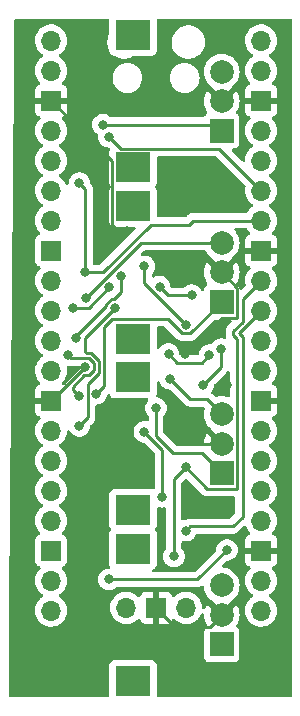
<source format=gbr>
G04 #@! TF.GenerationSoftware,KiCad,Pcbnew,(6.0.1)*
G04 #@! TF.CreationDate,2022-01-27T16:12:39+01:00*
G04 #@! TF.ProjectId,mico,6d69636f-2e6b-4696-9361-645f70636258,rev?*
G04 #@! TF.SameCoordinates,Original*
G04 #@! TF.FileFunction,Copper,L1,Top*
G04 #@! TF.FilePolarity,Positive*
%FSLAX46Y46*%
G04 Gerber Fmt 4.6, Leading zero omitted, Abs format (unit mm)*
G04 Created by KiCad (PCBNEW (6.0.1)) date 2022-01-27 16:12:39*
%MOMM*%
%LPD*%
G01*
G04 APERTURE LIST*
G04 #@! TA.AperFunction,ComponentPad*
%ADD10R,2.000000X2.000000*%
G04 #@! TD*
G04 #@! TA.AperFunction,ComponentPad*
%ADD11C,2.000000*%
G04 #@! TD*
G04 #@! TA.AperFunction,ComponentPad*
%ADD12R,3.000000X2.500000*%
G04 #@! TD*
G04 #@! TA.AperFunction,ComponentPad*
%ADD13O,1.700000X1.700000*%
G04 #@! TD*
G04 #@! TA.AperFunction,ComponentPad*
%ADD14R,1.700000X1.700000*%
G04 #@! TD*
G04 #@! TA.AperFunction,ViaPad*
%ADD15C,0.800000*%
G04 #@! TD*
G04 #@! TA.AperFunction,Conductor*
%ADD16C,0.250000*%
G04 #@! TD*
G04 APERTURE END LIST*
D10*
X143550000Y-76500000D03*
D11*
X143550000Y-71500000D03*
X143550000Y-74000000D03*
D12*
X136050000Y-68400000D03*
X136050000Y-79600000D03*
D10*
X143550000Y-91000000D03*
D11*
X143550000Y-86000000D03*
X143550000Y-88500000D03*
D12*
X136050000Y-82900000D03*
X136050000Y-94100000D03*
D10*
X143550000Y-120000000D03*
D11*
X143550000Y-115000000D03*
X143550000Y-117500000D03*
D12*
X136050000Y-111900000D03*
X136050000Y-123100000D03*
D10*
X143550000Y-105500000D03*
D11*
X143550000Y-100500000D03*
X143550000Y-103000000D03*
D12*
X136050000Y-97400000D03*
X136050000Y-108600000D03*
D13*
X146890000Y-68870000D03*
X146890000Y-71410000D03*
D14*
X146890000Y-73950000D03*
D13*
X146890000Y-76490000D03*
X146890000Y-79030000D03*
X146890000Y-81570000D03*
X146890000Y-84110000D03*
D14*
X146890000Y-86650000D03*
D13*
X146890000Y-89190000D03*
X146890000Y-91730000D03*
X146890000Y-94270000D03*
X146890000Y-96810000D03*
D14*
X146890000Y-99350000D03*
D13*
X146890000Y-101890000D03*
X146890000Y-104430000D03*
X146890000Y-106970000D03*
X146890000Y-109510000D03*
D14*
X146890000Y-112050000D03*
D13*
X146890000Y-114590000D03*
X146890000Y-117130000D03*
X129110000Y-117130000D03*
X129110000Y-114590000D03*
D14*
X129110000Y-112050000D03*
D13*
X129110000Y-109510000D03*
X129110000Y-106970000D03*
X129110000Y-104430000D03*
X129110000Y-101890000D03*
D14*
X129110000Y-99350000D03*
D13*
X129110000Y-96810000D03*
X129110000Y-94270000D03*
X129110000Y-91730000D03*
X129110000Y-89190000D03*
D14*
X129110000Y-86650000D03*
D13*
X129110000Y-84110000D03*
X129110000Y-81570000D03*
X129110000Y-79030000D03*
X129110000Y-76490000D03*
D14*
X129110000Y-73950000D03*
D13*
X129110000Y-71410000D03*
X129110000Y-68870000D03*
X140540000Y-116900000D03*
D14*
X138000000Y-116900000D03*
D13*
X135460000Y-116900000D03*
D15*
X134000000Y-77000000D03*
X144500000Y-122500000D03*
X144000000Y-69000000D03*
X140071848Y-102500000D03*
X138000000Y-74500000D03*
X145000000Y-83000000D03*
X144000000Y-98000000D03*
X131500000Y-115500000D03*
X135500000Y-85000000D03*
X134500000Y-100657030D03*
X132000000Y-69000000D03*
X135500000Y-104500000D03*
X131500000Y-112000000D03*
X132000000Y-96500000D03*
X140485422Y-95417777D03*
X144000000Y-68000000D03*
X143500000Y-108500000D03*
X131500000Y-80935500D03*
X132000000Y-88500000D03*
X139507295Y-112543479D03*
X140500000Y-105000000D03*
X140500000Y-110374020D03*
X142000000Y-98000000D03*
X143500000Y-95000000D03*
X138291597Y-89708403D03*
X141000000Y-90425500D03*
X142500000Y-95500000D03*
X139048528Y-95405500D03*
X140495874Y-92937278D03*
X137000000Y-88000000D03*
X135000000Y-88775500D03*
X131224500Y-94017388D03*
X130500000Y-95500000D03*
X131000000Y-91500000D03*
X131500000Y-99000000D03*
X134000000Y-89775500D03*
X133500000Y-76000000D03*
X144000000Y-112000000D03*
X134000000Y-114500000D03*
X137000000Y-102000000D03*
X138500000Y-107500000D03*
X137988616Y-99987644D03*
X139174980Y-97508834D03*
X132949001Y-98774414D03*
X134500008Y-91499992D03*
X132050426Y-90700475D03*
X131500000Y-101500000D03*
D16*
X143345489Y-78025489D02*
X135025489Y-78025489D01*
X135025489Y-78025489D02*
X134000000Y-77000000D01*
X146890000Y-81570000D02*
X143345489Y-78025489D01*
X144874511Y-89824511D02*
X143550000Y-88500000D01*
X144874511Y-92324511D02*
X144874511Y-89824511D01*
X143578688Y-92324511D02*
X144874511Y-92324511D01*
X129110000Y-99350000D02*
X131960000Y-96500000D01*
X143550000Y-103000000D02*
X140181511Y-103000000D01*
X143550000Y-117500000D02*
X142550000Y-118500000D01*
X140181511Y-103000000D02*
X140071848Y-102890337D01*
X129110000Y-73950000D02*
X134225489Y-79065489D01*
X140071848Y-102500000D02*
X140571848Y-103000000D01*
X134225489Y-84474511D02*
X134750978Y-85000000D01*
X140485422Y-95417777D02*
X143578688Y-92324511D01*
X134225489Y-79065489D02*
X134225489Y-84474511D01*
X142550000Y-118500000D02*
X139600000Y-118500000D01*
X139600000Y-118500000D02*
X138000000Y-116900000D01*
X134750978Y-85000000D02*
X135500000Y-85000000D01*
X131960000Y-96500000D02*
X132000000Y-96500000D01*
X140571848Y-103000000D02*
X143550000Y-103000000D01*
X132000000Y-81435500D02*
X131500000Y-80935500D01*
X146890000Y-84110000D02*
X141110000Y-84110000D01*
X132000000Y-88500000D02*
X132000000Y-81435500D01*
X141110000Y-84110000D02*
X140745489Y-84474511D01*
X137525489Y-84474511D02*
X133500000Y-88500000D01*
X140745489Y-84474511D02*
X137525489Y-84474511D01*
X133500000Y-88500000D02*
X132000000Y-88500000D01*
X142324511Y-106824511D02*
X140500000Y-105000000D01*
X139507295Y-112543479D02*
X139507295Y-105992705D01*
X144550491Y-93433807D02*
X144550491Y-93806195D01*
X145324022Y-90755978D02*
X145324022Y-92660276D01*
X139507295Y-105992705D02*
X140500000Y-105000000D01*
X145324022Y-92660276D02*
X144550491Y-93433807D01*
X144550491Y-93806195D02*
X144874511Y-94130215D01*
X144874511Y-94130215D02*
X144874511Y-106824511D01*
X144874511Y-106824511D02*
X142324511Y-106824511D01*
X146890000Y-89190000D02*
X145324022Y-90755978D01*
X140874020Y-110000000D02*
X140500000Y-110374020D01*
X144500000Y-110000000D02*
X140874020Y-110000000D01*
X145324022Y-93944022D02*
X145324022Y-109175978D01*
X145324022Y-109175978D02*
X144500000Y-110000000D01*
X146890000Y-91730000D02*
X145000001Y-93620001D01*
X145000001Y-93620001D02*
X145324022Y-93944022D01*
X143500000Y-96500000D02*
X143500000Y-95000000D01*
X139008694Y-90425500D02*
X138291597Y-89708403D01*
X141000000Y-90425500D02*
X139008694Y-90425500D01*
X142000000Y-98000000D02*
X143500000Y-96500000D01*
X141857722Y-96142278D02*
X139785306Y-96142278D01*
X137000000Y-88000000D02*
X137000000Y-89441404D01*
X142500000Y-95500000D02*
X141857722Y-96142278D01*
X139785306Y-96142278D02*
X139048528Y-95405500D01*
X137000000Y-89441404D02*
X140495874Y-92937278D01*
X134256599Y-90718801D02*
X133775499Y-91199901D01*
X133775499Y-91360205D02*
X131224500Y-93911204D01*
X133775499Y-91199901D02*
X133775499Y-91360205D01*
X135000000Y-88775500D02*
X135000000Y-90135704D01*
X135000000Y-90135704D02*
X134416903Y-90718801D01*
X131224500Y-93911204D02*
X131224500Y-94017388D01*
X134416903Y-90718801D02*
X134256599Y-90718801D01*
X131500000Y-99000000D02*
X130949511Y-98449511D01*
X132300099Y-97224501D02*
X132724501Y-96800099D01*
X130949511Y-98449511D02*
X130949511Y-98186193D01*
X132300099Y-95775499D02*
X130775499Y-95775499D01*
X131000000Y-91500000D02*
X132275500Y-91500000D01*
X132275500Y-91500000D02*
X134000000Y-89775500D01*
X131911203Y-97224501D02*
X132300099Y-97224501D01*
X132724501Y-96199901D02*
X132300099Y-95775499D01*
X132724501Y-96800099D02*
X132724501Y-96199901D01*
X130949511Y-98186193D02*
X131911203Y-97224501D01*
X130775499Y-95775499D02*
X130500000Y-95500000D01*
X143550000Y-76500000D02*
X143050000Y-76000000D01*
X143050000Y-76000000D02*
X133500000Y-76000000D01*
X134000000Y-114500000D02*
X141500000Y-114500000D01*
X141500000Y-114500000D02*
X144000000Y-112000000D01*
X138500000Y-103500000D02*
X137000000Y-102000000D01*
X138500000Y-107500000D02*
X138500000Y-103500000D01*
X137988616Y-102352912D02*
X137988616Y-99987644D01*
X143550000Y-105500000D02*
X141863806Y-103813806D01*
X139449510Y-103813806D02*
X137988616Y-102352912D01*
X141863806Y-103813806D02*
X139449510Y-103813806D01*
X142274501Y-99224501D02*
X140890647Y-99224501D01*
X140890647Y-99224501D02*
X139174980Y-97508834D01*
X143550000Y-100500000D02*
X142274501Y-99224501D01*
X138983506Y-92449510D02*
X134301468Y-92449510D01*
X134301468Y-92449510D02*
X133623522Y-93127456D01*
X143550000Y-91000000D02*
X140888221Y-93661779D01*
X133623522Y-93127456D02*
X133623522Y-98099893D01*
X140195775Y-93661779D02*
X138983506Y-92449510D01*
X140888221Y-93661779D02*
X140195775Y-93661779D01*
X133623522Y-98099893D02*
X132949001Y-98774414D01*
X131949001Y-94050999D02*
X134500008Y-91499992D01*
X132097396Y-95325988D02*
X131949001Y-95177593D01*
X133174011Y-96986293D02*
X133174011Y-96013707D01*
X143550000Y-86000000D02*
X136750900Y-86000000D01*
X133174011Y-96013707D02*
X132486292Y-95325988D01*
X136750900Y-86000000D02*
X132050426Y-90700475D01*
X132224501Y-97935803D02*
X133174011Y-96986293D01*
X131949001Y-95177593D02*
X131949001Y-94050999D01*
X132486292Y-95325988D02*
X132097396Y-95325988D01*
X131500000Y-101500000D02*
X132224501Y-100775499D01*
X132224501Y-100775499D02*
X132224501Y-97935803D01*
G04 #@! TA.AperFunction,Conductor*
G36*
X133983621Y-67028002D02*
G01*
X134030114Y-67081658D01*
X134041500Y-67134000D01*
X134041500Y-68284032D01*
X134029789Y-68337080D01*
X133948602Y-68511981D01*
X133886707Y-68735169D01*
X133862095Y-68965469D01*
X133862392Y-68970622D01*
X133862392Y-68970625D01*
X133868067Y-69069041D01*
X133875427Y-69196697D01*
X133876564Y-69201743D01*
X133876565Y-69201749D01*
X133908741Y-69344523D01*
X133926346Y-69422642D01*
X133928288Y-69427424D01*
X133928289Y-69427428D01*
X134011540Y-69632450D01*
X134013484Y-69637237D01*
X134016181Y-69641638D01*
X134016184Y-69641644D01*
X134024719Y-69655571D01*
X134042550Y-69707799D01*
X134048255Y-69760316D01*
X134099385Y-69896705D01*
X134186739Y-70013261D01*
X134303295Y-70100615D01*
X134439684Y-70151745D01*
X134444917Y-70152314D01*
X134477262Y-70165276D01*
X134659860Y-70271977D01*
X134659863Y-70271979D01*
X134664322Y-70274584D01*
X134880694Y-70357209D01*
X134885760Y-70358240D01*
X134885761Y-70358240D01*
X134938846Y-70369040D01*
X135107656Y-70403385D01*
X135238324Y-70408176D01*
X135333949Y-70411683D01*
X135333953Y-70411683D01*
X135339113Y-70411872D01*
X135344233Y-70411216D01*
X135344235Y-70411216D01*
X135417270Y-70401860D01*
X135568847Y-70382442D01*
X135573795Y-70380957D01*
X135573802Y-70380956D01*
X135785747Y-70317369D01*
X135790690Y-70315886D01*
X135795324Y-70313616D01*
X135994049Y-70216262D01*
X135994052Y-70216260D01*
X135998684Y-70213991D01*
X136002882Y-70210996D01*
X136002888Y-70210993D01*
X136043645Y-70181921D01*
X136116813Y-70158500D01*
X137598134Y-70158500D01*
X137660316Y-70151745D01*
X137796705Y-70100615D01*
X137913261Y-70013261D01*
X138000615Y-69896705D01*
X138051745Y-69760316D01*
X138058500Y-69698134D01*
X138058500Y-68965469D01*
X139312095Y-68965469D01*
X139312392Y-68970622D01*
X139312392Y-68970625D01*
X139318067Y-69069041D01*
X139325427Y-69196697D01*
X139326564Y-69201743D01*
X139326565Y-69201749D01*
X139358741Y-69344523D01*
X139376346Y-69422642D01*
X139378288Y-69427424D01*
X139378289Y-69427428D01*
X139461540Y-69632450D01*
X139463484Y-69637237D01*
X139584501Y-69834719D01*
X139736147Y-70009784D01*
X139845554Y-70100615D01*
X139904876Y-70149865D01*
X139914349Y-70157730D01*
X140114322Y-70274584D01*
X140330694Y-70357209D01*
X140335760Y-70358240D01*
X140335761Y-70358240D01*
X140388846Y-70369040D01*
X140557656Y-70403385D01*
X140688324Y-70408176D01*
X140783949Y-70411683D01*
X140783953Y-70411683D01*
X140789113Y-70411872D01*
X140794233Y-70411216D01*
X140794235Y-70411216D01*
X140867270Y-70401860D01*
X141018847Y-70382442D01*
X141023795Y-70380957D01*
X141023802Y-70380956D01*
X141235747Y-70317369D01*
X141240690Y-70315886D01*
X141245324Y-70313616D01*
X141444049Y-70216262D01*
X141444052Y-70216260D01*
X141448684Y-70213991D01*
X141637243Y-70079494D01*
X141801303Y-69916005D01*
X141815172Y-69896705D01*
X141907860Y-69767715D01*
X141936458Y-69727917D01*
X141952867Y-69694717D01*
X142036784Y-69524922D01*
X142036785Y-69524920D01*
X142039078Y-69520280D01*
X142106408Y-69298671D01*
X142136640Y-69069041D01*
X142136722Y-69065691D01*
X142138245Y-69003365D01*
X142138245Y-69003361D01*
X142138327Y-69000000D01*
X142124479Y-68831562D01*
X142119773Y-68774318D01*
X142119772Y-68774312D01*
X142119349Y-68769167D01*
X142062925Y-68544533D01*
X142050934Y-68516955D01*
X141972630Y-68336868D01*
X141972628Y-68336865D01*
X141970570Y-68332131D01*
X141844764Y-68137665D01*
X141688887Y-67966358D01*
X141684836Y-67963159D01*
X141684832Y-67963155D01*
X141511177Y-67826011D01*
X141511172Y-67826008D01*
X141507123Y-67822810D01*
X141502607Y-67820317D01*
X141502604Y-67820315D01*
X141308879Y-67713373D01*
X141308875Y-67713371D01*
X141304355Y-67710876D01*
X141299486Y-67709152D01*
X141299482Y-67709150D01*
X141090903Y-67635288D01*
X141090899Y-67635287D01*
X141086028Y-67633562D01*
X141080935Y-67632655D01*
X141080932Y-67632654D01*
X140863095Y-67593851D01*
X140863089Y-67593850D01*
X140858006Y-67592945D01*
X140785096Y-67592054D01*
X140631581Y-67590179D01*
X140631579Y-67590179D01*
X140626411Y-67590116D01*
X140397464Y-67625150D01*
X140177314Y-67697106D01*
X140172726Y-67699494D01*
X140172722Y-67699496D01*
X140105292Y-67734598D01*
X139971872Y-67804052D01*
X139967739Y-67807155D01*
X139967736Y-67807157D01*
X139790790Y-67940012D01*
X139786655Y-67943117D01*
X139783083Y-67946855D01*
X139699369Y-68034457D01*
X139626639Y-68110564D01*
X139623725Y-68114836D01*
X139623724Y-68114837D01*
X139567895Y-68196680D01*
X139496119Y-68301899D01*
X139398602Y-68511981D01*
X139336707Y-68735169D01*
X139312095Y-68965469D01*
X138058500Y-68965469D01*
X138058500Y-67134000D01*
X138078502Y-67065879D01*
X138132158Y-67019386D01*
X138184500Y-67008000D01*
X149366000Y-67008000D01*
X149434121Y-67028002D01*
X149480614Y-67081658D01*
X149492000Y-67134000D01*
X149492000Y-124366000D01*
X149471998Y-124434121D01*
X149418342Y-124480614D01*
X149366000Y-124492000D01*
X138184500Y-124492000D01*
X138116379Y-124471998D01*
X138069886Y-124418342D01*
X138058500Y-124366000D01*
X138058500Y-121801866D01*
X138051745Y-121739684D01*
X138000615Y-121603295D01*
X137913261Y-121486739D01*
X137796705Y-121399385D01*
X137660316Y-121348255D01*
X137598134Y-121341500D01*
X134501866Y-121341500D01*
X134439684Y-121348255D01*
X134303295Y-121399385D01*
X134186739Y-121486739D01*
X134099385Y-121603295D01*
X134048255Y-121739684D01*
X134041500Y-121801866D01*
X134041500Y-124366000D01*
X134021498Y-124434121D01*
X133967842Y-124480614D01*
X133915500Y-124492000D01*
X125639441Y-124492000D01*
X125571320Y-124471998D01*
X125524827Y-124418342D01*
X125513446Y-124364923D01*
X125535323Y-121805283D01*
X125575567Y-117096695D01*
X127747251Y-117096695D01*
X127747548Y-117101848D01*
X127747548Y-117101851D01*
X127759123Y-117302596D01*
X127760110Y-117319715D01*
X127761247Y-117324761D01*
X127761248Y-117324767D01*
X127778611Y-117401811D01*
X127809222Y-117537639D01*
X127893266Y-117744616D01*
X128009987Y-117935088D01*
X128156250Y-118103938D01*
X128328126Y-118246632D01*
X128521000Y-118359338D01*
X128729692Y-118439030D01*
X128734760Y-118440061D01*
X128734763Y-118440062D01*
X128842017Y-118461883D01*
X128948597Y-118483567D01*
X128953772Y-118483757D01*
X128953774Y-118483757D01*
X129166673Y-118491564D01*
X129166677Y-118491564D01*
X129171837Y-118491753D01*
X129176957Y-118491097D01*
X129176959Y-118491097D01*
X129388288Y-118464025D01*
X129388289Y-118464025D01*
X129393416Y-118463368D01*
X129445510Y-118447739D01*
X129602429Y-118400661D01*
X129602434Y-118400659D01*
X129607384Y-118399174D01*
X129807994Y-118300896D01*
X129989860Y-118171173D01*
X130031842Y-118129338D01*
X130090488Y-118070896D01*
X130148096Y-118013489D01*
X130202679Y-117937529D01*
X130275435Y-117836277D01*
X130278453Y-117832077D01*
X130283341Y-117822188D01*
X130375136Y-117636453D01*
X130375137Y-117636451D01*
X130377430Y-117631811D01*
X130442370Y-117418069D01*
X130471529Y-117196590D01*
X130471737Y-117188069D01*
X130473074Y-117133365D01*
X130473074Y-117133361D01*
X130473156Y-117130000D01*
X130454852Y-116907361D01*
X130444637Y-116866695D01*
X134097251Y-116866695D01*
X134097548Y-116871848D01*
X134097548Y-116871851D01*
X134102536Y-116958363D01*
X134110110Y-117089715D01*
X134111247Y-117094761D01*
X134111248Y-117094767D01*
X134119461Y-117131210D01*
X134159222Y-117307639D01*
X134164126Y-117319715D01*
X134235328Y-117495066D01*
X134243266Y-117514616D01*
X134260307Y-117542425D01*
X134317928Y-117636453D01*
X134359987Y-117705088D01*
X134506250Y-117873938D01*
X134678126Y-118016632D01*
X134871000Y-118129338D01*
X135079692Y-118209030D01*
X135084760Y-118210061D01*
X135084763Y-118210062D01*
X135192017Y-118231883D01*
X135298597Y-118253567D01*
X135303772Y-118253757D01*
X135303774Y-118253757D01*
X135516673Y-118261564D01*
X135516677Y-118261564D01*
X135521837Y-118261753D01*
X135526957Y-118261097D01*
X135526959Y-118261097D01*
X135738288Y-118234025D01*
X135738289Y-118234025D01*
X135743416Y-118233368D01*
X135748366Y-118231883D01*
X135952429Y-118170661D01*
X135952434Y-118170659D01*
X135957384Y-118169174D01*
X136157994Y-118070896D01*
X136339860Y-117941173D01*
X136345967Y-117935088D01*
X136448479Y-117832933D01*
X136510851Y-117799017D01*
X136581658Y-117804205D01*
X136638419Y-117846851D01*
X136655401Y-117877954D01*
X136696676Y-117988054D01*
X136705214Y-118003649D01*
X136781715Y-118105724D01*
X136794276Y-118118285D01*
X136896351Y-118194786D01*
X136911946Y-118203324D01*
X137032394Y-118248478D01*
X137047649Y-118252105D01*
X137098514Y-118257631D01*
X137105328Y-118258000D01*
X137727885Y-118258000D01*
X137743124Y-118253525D01*
X137744329Y-118252135D01*
X137746000Y-118244452D01*
X137746000Y-118239884D01*
X138254000Y-118239884D01*
X138258475Y-118255123D01*
X138259865Y-118256328D01*
X138267548Y-118257999D01*
X138894669Y-118257999D01*
X138901490Y-118257629D01*
X138952352Y-118252105D01*
X138967604Y-118248479D01*
X139088054Y-118203324D01*
X139103649Y-118194786D01*
X139205724Y-118118285D01*
X139218285Y-118105724D01*
X139294786Y-118003649D01*
X139303324Y-117988054D01*
X139344225Y-117878952D01*
X139386867Y-117822188D01*
X139453428Y-117797488D01*
X139522777Y-117812696D01*
X139557444Y-117840684D01*
X139582865Y-117870031D01*
X139582869Y-117870035D01*
X139586250Y-117873938D01*
X139758126Y-118016632D01*
X139951000Y-118129338D01*
X140159692Y-118209030D01*
X140164760Y-118210061D01*
X140164763Y-118210062D01*
X140272017Y-118231883D01*
X140378597Y-118253567D01*
X140383772Y-118253757D01*
X140383774Y-118253757D01*
X140596673Y-118261564D01*
X140596677Y-118261564D01*
X140601837Y-118261753D01*
X140606957Y-118261097D01*
X140606959Y-118261097D01*
X140818288Y-118234025D01*
X140818289Y-118234025D01*
X140823416Y-118233368D01*
X140828366Y-118231883D01*
X141032429Y-118170661D01*
X141032434Y-118170659D01*
X141037384Y-118169174D01*
X141237994Y-118070896D01*
X141419860Y-117941173D01*
X141425967Y-117935088D01*
X141533993Y-117827438D01*
X141578096Y-117783489D01*
X141637594Y-117700689D01*
X141705435Y-117606277D01*
X141708453Y-117602077D01*
X141800169Y-117416503D01*
X141848280Y-117364299D01*
X141916981Y-117346392D01*
X141984458Y-117368470D01*
X142029286Y-117423524D01*
X142038736Y-117482216D01*
X142037725Y-117495066D01*
X142037725Y-117504930D01*
X142055572Y-117731699D01*
X142057115Y-117741446D01*
X142110217Y-117962627D01*
X142113266Y-117972012D01*
X142200313Y-118182163D01*
X142204795Y-118190958D01*
X142326230Y-118389121D01*
X142324149Y-118390396D01*
X142344720Y-118447739D01*
X142328758Y-118516918D01*
X142294503Y-118555974D01*
X142186739Y-118636739D01*
X142099385Y-118753295D01*
X142048255Y-118889684D01*
X142041500Y-118951866D01*
X142041500Y-121048134D01*
X142048255Y-121110316D01*
X142099385Y-121246705D01*
X142186739Y-121363261D01*
X142303295Y-121450615D01*
X142439684Y-121501745D01*
X142501866Y-121508500D01*
X144598134Y-121508500D01*
X144660316Y-121501745D01*
X144796705Y-121450615D01*
X144913261Y-121363261D01*
X145000615Y-121246705D01*
X145051745Y-121110316D01*
X145058500Y-121048134D01*
X145058500Y-118951866D01*
X145051745Y-118889684D01*
X145000615Y-118753295D01*
X144913261Y-118636739D01*
X144805497Y-118555974D01*
X144762982Y-118499115D01*
X144757956Y-118428296D01*
X144775176Y-118389983D01*
X144773770Y-118389121D01*
X144895205Y-118190958D01*
X144899687Y-118182163D01*
X144986734Y-117972012D01*
X144989783Y-117962627D01*
X145042885Y-117741446D01*
X145044428Y-117731699D01*
X145062275Y-117504930D01*
X145062275Y-117495070D01*
X145044428Y-117268301D01*
X145042885Y-117258554D01*
X145004025Y-117096695D01*
X145527251Y-117096695D01*
X145527548Y-117101848D01*
X145527548Y-117101851D01*
X145539123Y-117302596D01*
X145540110Y-117319715D01*
X145541247Y-117324761D01*
X145541248Y-117324767D01*
X145558611Y-117401811D01*
X145589222Y-117537639D01*
X145673266Y-117744616D01*
X145789987Y-117935088D01*
X145936250Y-118103938D01*
X146108126Y-118246632D01*
X146301000Y-118359338D01*
X146509692Y-118439030D01*
X146514760Y-118440061D01*
X146514763Y-118440062D01*
X146622017Y-118461883D01*
X146728597Y-118483567D01*
X146733772Y-118483757D01*
X146733774Y-118483757D01*
X146946673Y-118491564D01*
X146946677Y-118491564D01*
X146951837Y-118491753D01*
X146956957Y-118491097D01*
X146956959Y-118491097D01*
X147168288Y-118464025D01*
X147168289Y-118464025D01*
X147173416Y-118463368D01*
X147225510Y-118447739D01*
X147382429Y-118400661D01*
X147382434Y-118400659D01*
X147387384Y-118399174D01*
X147587994Y-118300896D01*
X147769860Y-118171173D01*
X147811842Y-118129338D01*
X147870488Y-118070896D01*
X147928096Y-118013489D01*
X147982679Y-117937529D01*
X148055435Y-117836277D01*
X148058453Y-117832077D01*
X148063341Y-117822188D01*
X148155136Y-117636453D01*
X148155137Y-117636451D01*
X148157430Y-117631811D01*
X148222370Y-117418069D01*
X148251529Y-117196590D01*
X148251737Y-117188069D01*
X148253074Y-117133365D01*
X148253074Y-117133361D01*
X148253156Y-117130000D01*
X148234852Y-116907361D01*
X148180431Y-116690702D01*
X148091354Y-116485840D01*
X147970014Y-116298277D01*
X147819670Y-116133051D01*
X147815619Y-116129852D01*
X147815615Y-116129848D01*
X147648414Y-115997800D01*
X147648410Y-115997798D01*
X147644359Y-115994598D01*
X147603053Y-115971796D01*
X147553084Y-115921364D01*
X147538312Y-115851921D01*
X147563428Y-115785516D01*
X147590780Y-115758909D01*
X147634603Y-115727650D01*
X147769860Y-115631173D01*
X147928096Y-115473489D01*
X147987594Y-115390689D01*
X148055435Y-115296277D01*
X148058453Y-115292077D01*
X148085817Y-115236711D01*
X148155136Y-115096453D01*
X148155137Y-115096451D01*
X148157430Y-115091811D01*
X148222370Y-114878069D01*
X148251529Y-114656590D01*
X148253156Y-114590000D01*
X148234852Y-114367361D01*
X148180431Y-114150702D01*
X148091354Y-113945840D01*
X147970014Y-113758277D01*
X147966540Y-113754459D01*
X147966533Y-113754450D01*
X147822435Y-113596088D01*
X147791383Y-113532242D01*
X147799779Y-113461744D01*
X147844956Y-113406976D01*
X147871400Y-113393307D01*
X147978052Y-113353325D01*
X147993649Y-113344786D01*
X148095724Y-113268285D01*
X148108285Y-113255724D01*
X148184786Y-113153649D01*
X148193324Y-113138054D01*
X148238478Y-113017606D01*
X148242105Y-113002351D01*
X148247631Y-112951486D01*
X148248000Y-112944672D01*
X148248000Y-112322115D01*
X148243525Y-112306876D01*
X148242135Y-112305671D01*
X148234452Y-112304000D01*
X145550116Y-112304000D01*
X145534877Y-112308475D01*
X145533672Y-112309865D01*
X145532001Y-112317548D01*
X145532001Y-112944669D01*
X145532371Y-112951490D01*
X145537895Y-113002352D01*
X145541521Y-113017604D01*
X145586676Y-113138054D01*
X145595214Y-113153649D01*
X145671715Y-113255724D01*
X145684276Y-113268285D01*
X145786351Y-113344786D01*
X145801946Y-113353324D01*
X145910827Y-113394142D01*
X145967591Y-113436784D01*
X145992291Y-113503345D01*
X145977083Y-113572694D01*
X145957691Y-113599175D01*
X145901488Y-113657988D01*
X145830629Y-113732138D01*
X145827715Y-113736410D01*
X145827714Y-113736411D01*
X145772569Y-113817251D01*
X145704743Y-113916680D01*
X145610688Y-114119305D01*
X145550989Y-114334570D01*
X145527251Y-114556695D01*
X145527548Y-114561848D01*
X145527548Y-114561851D01*
X145534933Y-114689928D01*
X145540110Y-114779715D01*
X145541247Y-114784761D01*
X145541248Y-114784767D01*
X145561119Y-114872939D01*
X145589222Y-114997639D01*
X145673266Y-115204616D01*
X145675965Y-115209020D01*
X145772229Y-115366109D01*
X145789987Y-115395088D01*
X145936250Y-115563938D01*
X146108126Y-115706632D01*
X146172276Y-115744118D01*
X146181445Y-115749476D01*
X146230169Y-115801114D01*
X146243240Y-115870897D01*
X146216509Y-115936669D01*
X146176055Y-115970027D01*
X146163607Y-115976507D01*
X146159474Y-115979610D01*
X146159471Y-115979612D01*
X146039127Y-116069969D01*
X145984965Y-116110635D01*
X145981393Y-116114373D01*
X145841665Y-116260590D01*
X145830629Y-116272138D01*
X145704743Y-116456680D01*
X145678524Y-116513165D01*
X145617528Y-116644570D01*
X145610688Y-116659305D01*
X145550989Y-116874570D01*
X145527251Y-117096695D01*
X145004025Y-117096695D01*
X144989783Y-117037373D01*
X144986734Y-117027988D01*
X144899687Y-116817837D01*
X144895205Y-116809042D01*
X144792568Y-116641555D01*
X144782110Y-116632093D01*
X144773334Y-116635876D01*
X143639095Y-117770115D01*
X143576783Y-117804141D01*
X143505968Y-117799076D01*
X143460905Y-117770115D01*
X142329710Y-116638920D01*
X142317330Y-116632160D01*
X142309680Y-116637887D01*
X142204795Y-116809042D01*
X142200313Y-116817837D01*
X142145495Y-116950181D01*
X142100947Y-117005462D01*
X142033584Y-117027883D01*
X141964792Y-117010325D01*
X141916414Y-116958363D01*
X141903138Y-116905592D01*
X141903074Y-116903365D01*
X141903156Y-116900000D01*
X141884852Y-116677361D01*
X141830431Y-116460702D01*
X141741354Y-116255840D01*
X141620014Y-116068277D01*
X141469670Y-115903051D01*
X141465619Y-115899852D01*
X141465615Y-115899848D01*
X141298414Y-115767800D01*
X141298410Y-115767798D01*
X141294359Y-115764598D01*
X141284054Y-115758909D01*
X141161367Y-115691183D01*
X141098789Y-115656638D01*
X141093920Y-115654914D01*
X141093916Y-115654912D01*
X140893087Y-115583795D01*
X140893083Y-115583794D01*
X140888212Y-115582069D01*
X140883119Y-115581162D01*
X140883116Y-115581161D01*
X140673373Y-115543800D01*
X140673367Y-115543799D01*
X140668284Y-115542894D01*
X140594452Y-115541992D01*
X140450081Y-115540228D01*
X140450079Y-115540228D01*
X140444911Y-115540165D01*
X140224091Y-115573955D01*
X140011756Y-115643357D01*
X139813607Y-115746507D01*
X139809474Y-115749610D01*
X139809471Y-115749612D01*
X139644658Y-115873357D01*
X139634965Y-115880635D01*
X139617283Y-115899138D01*
X139553898Y-115965466D01*
X139492374Y-116000895D01*
X139421462Y-115997438D01*
X139363676Y-115956192D01*
X139344823Y-115922644D01*
X139303324Y-115811946D01*
X139294786Y-115796351D01*
X139218285Y-115694276D01*
X139205724Y-115681715D01*
X139103649Y-115605214D01*
X139088054Y-115596676D01*
X138967606Y-115551522D01*
X138952351Y-115547895D01*
X138901486Y-115542369D01*
X138894672Y-115542000D01*
X138272115Y-115542000D01*
X138256876Y-115546475D01*
X138255671Y-115547865D01*
X138254000Y-115555548D01*
X138254000Y-118239884D01*
X137746000Y-118239884D01*
X137746000Y-115560116D01*
X137741525Y-115544877D01*
X137740135Y-115543672D01*
X137732452Y-115542001D01*
X137105331Y-115542001D01*
X137098510Y-115542371D01*
X137047648Y-115547895D01*
X137032396Y-115551521D01*
X136911946Y-115596676D01*
X136896351Y-115605214D01*
X136794276Y-115681715D01*
X136781715Y-115694276D01*
X136705214Y-115796351D01*
X136696676Y-115811946D01*
X136655297Y-115922322D01*
X136612655Y-115979087D01*
X136546093Y-116003786D01*
X136476744Y-115988578D01*
X136444121Y-115962891D01*
X136393151Y-115906876D01*
X136393145Y-115906870D01*
X136389670Y-115903051D01*
X136385619Y-115899852D01*
X136385615Y-115899848D01*
X136218414Y-115767800D01*
X136218410Y-115767798D01*
X136214359Y-115764598D01*
X136204054Y-115758909D01*
X136081367Y-115691183D01*
X136018789Y-115656638D01*
X136013920Y-115654914D01*
X136013916Y-115654912D01*
X135813087Y-115583795D01*
X135813083Y-115583794D01*
X135808212Y-115582069D01*
X135803119Y-115581162D01*
X135803116Y-115581161D01*
X135593373Y-115543800D01*
X135593367Y-115543799D01*
X135588284Y-115542894D01*
X135514452Y-115541992D01*
X135370081Y-115540228D01*
X135370079Y-115540228D01*
X135364911Y-115540165D01*
X135144091Y-115573955D01*
X134931756Y-115643357D01*
X134733607Y-115746507D01*
X134729474Y-115749610D01*
X134729471Y-115749612D01*
X134564658Y-115873357D01*
X134554965Y-115880635D01*
X134516043Y-115921364D01*
X134463348Y-115976507D01*
X134400629Y-116042138D01*
X134397715Y-116046410D01*
X134397714Y-116046411D01*
X134351354Y-116114373D01*
X134274743Y-116226680D01*
X134180688Y-116429305D01*
X134120989Y-116644570D01*
X134097251Y-116866695D01*
X130444637Y-116866695D01*
X130400431Y-116690702D01*
X130311354Y-116485840D01*
X130190014Y-116298277D01*
X130039670Y-116133051D01*
X130035619Y-116129852D01*
X130035615Y-116129848D01*
X129868414Y-115997800D01*
X129868410Y-115997798D01*
X129864359Y-115994598D01*
X129823053Y-115971796D01*
X129773084Y-115921364D01*
X129758312Y-115851921D01*
X129783428Y-115785516D01*
X129810780Y-115758909D01*
X129854603Y-115727650D01*
X129989860Y-115631173D01*
X130148096Y-115473489D01*
X130207594Y-115390689D01*
X130275435Y-115296277D01*
X130278453Y-115292077D01*
X130305817Y-115236711D01*
X130375136Y-115096453D01*
X130375137Y-115096451D01*
X130377430Y-115091811D01*
X130442370Y-114878069D01*
X130471529Y-114656590D01*
X130473156Y-114590000D01*
X130454852Y-114367361D01*
X130400431Y-114150702D01*
X130311354Y-113945840D01*
X130190014Y-113758277D01*
X130186532Y-113754450D01*
X130042798Y-113596488D01*
X130011746Y-113532642D01*
X130020141Y-113462143D01*
X130065317Y-113407375D01*
X130091761Y-113393706D01*
X130198297Y-113353767D01*
X130206705Y-113350615D01*
X130323261Y-113263261D01*
X130410615Y-113146705D01*
X130461745Y-113010316D01*
X130468500Y-112948134D01*
X130468500Y-111151866D01*
X130461745Y-111089684D01*
X130410615Y-110953295D01*
X130323261Y-110836739D01*
X130206705Y-110749385D01*
X130179905Y-110739338D01*
X130088203Y-110704960D01*
X130031439Y-110662318D01*
X130006739Y-110595756D01*
X130021947Y-110526408D01*
X130043493Y-110497727D01*
X130129818Y-110411703D01*
X130148096Y-110393489D01*
X130207594Y-110310689D01*
X130275435Y-110216277D01*
X130278453Y-110212077D01*
X130377430Y-110011811D01*
X130442370Y-109798069D01*
X130471529Y-109576590D01*
X130473156Y-109510000D01*
X130454852Y-109287361D01*
X130400431Y-109070702D01*
X130311354Y-108865840D01*
X130190014Y-108678277D01*
X130039670Y-108513051D01*
X130035619Y-108509852D01*
X130035615Y-108509848D01*
X129868414Y-108377800D01*
X129868410Y-108377798D01*
X129864359Y-108374598D01*
X129823053Y-108351796D01*
X129773084Y-108301364D01*
X129758312Y-108231921D01*
X129783428Y-108165516D01*
X129810780Y-108138909D01*
X129874480Y-108093472D01*
X129989860Y-108011173D01*
X130148096Y-107853489D01*
X130207594Y-107770689D01*
X130275435Y-107676277D01*
X130278453Y-107672077D01*
X130377430Y-107471811D01*
X130414179Y-107350857D01*
X130440865Y-107263023D01*
X130440865Y-107263021D01*
X130442370Y-107258069D01*
X130471529Y-107036590D01*
X130472747Y-106986739D01*
X130473074Y-106973365D01*
X130473074Y-106973361D01*
X130473156Y-106970000D01*
X130454852Y-106747361D01*
X130400431Y-106530702D01*
X130311354Y-106325840D01*
X130265596Y-106255109D01*
X130192822Y-106142617D01*
X130192820Y-106142614D01*
X130190014Y-106138277D01*
X130039670Y-105973051D01*
X130035619Y-105969852D01*
X130035615Y-105969848D01*
X129868414Y-105837800D01*
X129868410Y-105837798D01*
X129864359Y-105834598D01*
X129823053Y-105811796D01*
X129773084Y-105761364D01*
X129758312Y-105691921D01*
X129783428Y-105625516D01*
X129810780Y-105598909D01*
X129874480Y-105553472D01*
X129989860Y-105471173D01*
X130030676Y-105430500D01*
X130144435Y-105317137D01*
X130148096Y-105313489D01*
X130207594Y-105230689D01*
X130275435Y-105136277D01*
X130278453Y-105132077D01*
X130355941Y-104975292D01*
X130375136Y-104936453D01*
X130375137Y-104936451D01*
X130377430Y-104931811D01*
X130442370Y-104718069D01*
X130471529Y-104496590D01*
X130471823Y-104484558D01*
X130473074Y-104433365D01*
X130473074Y-104433361D01*
X130473156Y-104430000D01*
X130454852Y-104207361D01*
X130400431Y-103990702D01*
X130311354Y-103785840D01*
X130190014Y-103598277D01*
X130039670Y-103433051D01*
X130035619Y-103429852D01*
X130035615Y-103429848D01*
X129868414Y-103297800D01*
X129868410Y-103297798D01*
X129864359Y-103294598D01*
X129823053Y-103271796D01*
X129773084Y-103221364D01*
X129758312Y-103151921D01*
X129783428Y-103085516D01*
X129810780Y-103058909D01*
X129874480Y-103013472D01*
X129989860Y-102931173D01*
X130012613Y-102908500D01*
X130144435Y-102777137D01*
X130148096Y-102773489D01*
X130207594Y-102690689D01*
X130275435Y-102596277D01*
X130278453Y-102592077D01*
X130305702Y-102536944D01*
X130375136Y-102396453D01*
X130375137Y-102396451D01*
X130377430Y-102391811D01*
X130442370Y-102178069D01*
X130468209Y-101981808D01*
X130496932Y-101916881D01*
X130556197Y-101877790D01*
X130627189Y-101876945D01*
X130687367Y-101914616D01*
X130702249Y-101935253D01*
X130760960Y-102036944D01*
X130765378Y-102041851D01*
X130765379Y-102041852D01*
X130883410Y-102172939D01*
X130888747Y-102178866D01*
X131043248Y-102291118D01*
X131049276Y-102293802D01*
X131049278Y-102293803D01*
X131083506Y-102309042D01*
X131217712Y-102368794D01*
X131302691Y-102386857D01*
X131398056Y-102407128D01*
X131398061Y-102407128D01*
X131404513Y-102408500D01*
X131595487Y-102408500D01*
X131601939Y-102407128D01*
X131601944Y-102407128D01*
X131697309Y-102386857D01*
X131782288Y-102368794D01*
X131916494Y-102309042D01*
X131950722Y-102293803D01*
X131950724Y-102293802D01*
X131956752Y-102291118D01*
X132111253Y-102178866D01*
X132116590Y-102172939D01*
X132234621Y-102041852D01*
X132234622Y-102041851D01*
X132239040Y-102036944D01*
X132334527Y-101871556D01*
X132393542Y-101689928D01*
X132395372Y-101672522D01*
X132410907Y-101524707D01*
X132437920Y-101459050D01*
X132447122Y-101448782D01*
X132616748Y-101279156D01*
X132625038Y-101271612D01*
X132631519Y-101267499D01*
X132647398Y-101250590D01*
X132678159Y-101217832D01*
X132680914Y-101214990D01*
X132700635Y-101195269D01*
X132703113Y-101192074D01*
X132710819Y-101183052D01*
X132713276Y-101180436D01*
X132741087Y-101150820D01*
X132750847Y-101133067D01*
X132761700Y-101116544D01*
X132769254Y-101106805D01*
X132774114Y-101100540D01*
X132791677Y-101059956D01*
X132796884Y-101049326D01*
X132818196Y-101010559D01*
X132820167Y-101002882D01*
X132820169Y-101002877D01*
X132823233Y-100990941D01*
X132829639Y-100972229D01*
X132833728Y-100962782D01*
X132837682Y-100953644D01*
X132838922Y-100945816D01*
X132838924Y-100945809D01*
X132844600Y-100909975D01*
X132847006Y-100898355D01*
X132856029Y-100863210D01*
X132856029Y-100863209D01*
X132858001Y-100855529D01*
X132858001Y-100835275D01*
X132859552Y-100815564D01*
X132861481Y-100803385D01*
X132862721Y-100795556D01*
X132858560Y-100751537D01*
X132858001Y-100739680D01*
X132858001Y-99808914D01*
X132878003Y-99740793D01*
X132931659Y-99694300D01*
X132984001Y-99682914D01*
X133044488Y-99682914D01*
X133050940Y-99681542D01*
X133050945Y-99681542D01*
X133137889Y-99663061D01*
X133231289Y-99643208D01*
X133237320Y-99640523D01*
X133399723Y-99568217D01*
X133399725Y-99568216D01*
X133405753Y-99565532D01*
X133560254Y-99453280D01*
X133688041Y-99311358D01*
X133783528Y-99145970D01*
X133842543Y-98964342D01*
X133847352Y-98918587D01*
X133848513Y-98907543D01*
X133875527Y-98841886D01*
X133933748Y-98801257D01*
X134004694Y-98798554D01*
X134065838Y-98834637D01*
X134091806Y-98876487D01*
X134096233Y-98888296D01*
X134099385Y-98896705D01*
X134186739Y-99013261D01*
X134303295Y-99100615D01*
X134439684Y-99151745D01*
X134501866Y-99158500D01*
X137229674Y-99158500D01*
X137297795Y-99178502D01*
X137344288Y-99232158D01*
X137354392Y-99302432D01*
X137323310Y-99368810D01*
X137262129Y-99436759D01*
X137249576Y-99450700D01*
X137199783Y-99536944D01*
X137159408Y-99606876D01*
X137154089Y-99616088D01*
X137095074Y-99797716D01*
X137094384Y-99804277D01*
X137094384Y-99804279D01*
X137084859Y-99894906D01*
X137075112Y-99987644D01*
X137095074Y-100177572D01*
X137154089Y-100359200D01*
X137249576Y-100524588D01*
X137322753Y-100605859D01*
X137353469Y-100669865D01*
X137355116Y-100690168D01*
X137355116Y-100991089D01*
X137335114Y-101059210D01*
X137281458Y-101105703D01*
X137211184Y-101115807D01*
X137202918Y-101114335D01*
X137101951Y-101092873D01*
X137101942Y-101092872D01*
X137095487Y-101091500D01*
X136904513Y-101091500D01*
X136898061Y-101092872D01*
X136898056Y-101092872D01*
X136811112Y-101111353D01*
X136717712Y-101131206D01*
X136711682Y-101133891D01*
X136711681Y-101133891D01*
X136549278Y-101206197D01*
X136549276Y-101206198D01*
X136543248Y-101208882D01*
X136388747Y-101321134D01*
X136384326Y-101326044D01*
X136384325Y-101326045D01*
X136272084Y-101450702D01*
X136260960Y-101463056D01*
X136165473Y-101628444D01*
X136106458Y-101810072D01*
X136105768Y-101816633D01*
X136105768Y-101816635D01*
X136090710Y-101959908D01*
X136086496Y-102000000D01*
X136087186Y-102006565D01*
X136105212Y-102178069D01*
X136106458Y-102189928D01*
X136165473Y-102371556D01*
X136168776Y-102377278D01*
X136168777Y-102377279D01*
X136186803Y-102408500D01*
X136260960Y-102536944D01*
X136265378Y-102541851D01*
X136265379Y-102541852D01*
X136384325Y-102673955D01*
X136388747Y-102678866D01*
X136543248Y-102791118D01*
X136549276Y-102793802D01*
X136549278Y-102793803D01*
X136706805Y-102863938D01*
X136717712Y-102868794D01*
X136811112Y-102888647D01*
X136898056Y-102907128D01*
X136898061Y-102907128D01*
X136904513Y-102908500D01*
X136960406Y-102908500D01*
X137028527Y-102928502D01*
X137049501Y-102945405D01*
X137829595Y-103725499D01*
X137863621Y-103787811D01*
X137866500Y-103814594D01*
X137866500Y-106743752D01*
X137846498Y-106811873D01*
X137792842Y-106858366D01*
X137722568Y-106868470D01*
X137696276Y-106861736D01*
X137660316Y-106848255D01*
X137598134Y-106841500D01*
X134501866Y-106841500D01*
X134439684Y-106848255D01*
X134303295Y-106899385D01*
X134186739Y-106986739D01*
X134099385Y-107103295D01*
X134048255Y-107239684D01*
X134041500Y-107301866D01*
X134041500Y-109898134D01*
X134048255Y-109960316D01*
X134099385Y-110096705D01*
X134104770Y-110103890D01*
X134104771Y-110103892D01*
X134157640Y-110174435D01*
X134182488Y-110240942D01*
X134167435Y-110310324D01*
X134157640Y-110325565D01*
X134106734Y-110393489D01*
X134099385Y-110403295D01*
X134048255Y-110539684D01*
X134041500Y-110601866D01*
X134041500Y-113198134D01*
X134048255Y-113260316D01*
X134099385Y-113396705D01*
X134104766Y-113403884D01*
X134105372Y-113404992D01*
X134120541Y-113474349D01*
X134095804Y-113540897D01*
X134039016Y-113583507D01*
X133994852Y-113591500D01*
X133904513Y-113591500D01*
X133898061Y-113592872D01*
X133898056Y-113592872D01*
X133811112Y-113611353D01*
X133717712Y-113631206D01*
X133711682Y-113633891D01*
X133711681Y-113633891D01*
X133549278Y-113706197D01*
X133549276Y-113706198D01*
X133543248Y-113708882D01*
X133537907Y-113712762D01*
X133537906Y-113712763D01*
X133511239Y-113732138D01*
X133388747Y-113821134D01*
X133384326Y-113826044D01*
X133384325Y-113826045D01*
X133350492Y-113863621D01*
X133260960Y-113963056D01*
X133257659Y-113968774D01*
X133173352Y-114114798D01*
X133165473Y-114128444D01*
X133106458Y-114310072D01*
X133105768Y-114316633D01*
X133105768Y-114316635D01*
X133104407Y-114329588D01*
X133086496Y-114500000D01*
X133106458Y-114689928D01*
X133165473Y-114871556D01*
X133260960Y-115036944D01*
X133265378Y-115041851D01*
X133265379Y-115041852D01*
X133347452Y-115133003D01*
X133388747Y-115178866D01*
X133543248Y-115291118D01*
X133549276Y-115293802D01*
X133549278Y-115293803D01*
X133554835Y-115296277D01*
X133717712Y-115368794D01*
X133811112Y-115388647D01*
X133898056Y-115407128D01*
X133898061Y-115407128D01*
X133904513Y-115408500D01*
X134095487Y-115408500D01*
X134101939Y-115407128D01*
X134101944Y-115407128D01*
X134188888Y-115388647D01*
X134282288Y-115368794D01*
X134445165Y-115296277D01*
X134450722Y-115293803D01*
X134450724Y-115293802D01*
X134456752Y-115291118D01*
X134611253Y-115178866D01*
X134615668Y-115173963D01*
X134620580Y-115169540D01*
X134621705Y-115170789D01*
X134675014Y-115137949D01*
X134708200Y-115133500D01*
X141421233Y-115133500D01*
X141432416Y-115134027D01*
X141439909Y-115135702D01*
X141447835Y-115135453D01*
X141447836Y-115135453D01*
X141507986Y-115133562D01*
X141511945Y-115133500D01*
X141539856Y-115133500D01*
X141543791Y-115133003D01*
X141543856Y-115132995D01*
X141555693Y-115132062D01*
X141587951Y-115131048D01*
X141591970Y-115130922D01*
X141599889Y-115130673D01*
X141619343Y-115125021D01*
X141638700Y-115121013D01*
X141650930Y-115119468D01*
X141650931Y-115119468D01*
X141658797Y-115118474D01*
X141666168Y-115115555D01*
X141666170Y-115115555D01*
X141699912Y-115102196D01*
X141711142Y-115098351D01*
X141745983Y-115088229D01*
X141745984Y-115088229D01*
X141753593Y-115086018D01*
X141760412Y-115081985D01*
X141760417Y-115081983D01*
X141771028Y-115075707D01*
X141788776Y-115067012D01*
X141807617Y-115059552D01*
X141843387Y-115033564D01*
X141853292Y-115027057D01*
X141854185Y-115026529D01*
X141856792Y-115024987D01*
X141925604Y-115007517D01*
X141992939Y-115030024D01*
X142037416Y-115085362D01*
X142046558Y-115123544D01*
X142047515Y-115135702D01*
X142055465Y-115236711D01*
X142056619Y-115241518D01*
X142056620Y-115241524D01*
X142086531Y-115366109D01*
X142110895Y-115467594D01*
X142112788Y-115472165D01*
X142112789Y-115472167D01*
X142177142Y-115627529D01*
X142201760Y-115686963D01*
X142204346Y-115691183D01*
X142323241Y-115885202D01*
X142323245Y-115885208D01*
X142325824Y-115889416D01*
X142480031Y-116069969D01*
X142483787Y-116073177D01*
X142642526Y-116208753D01*
X142676402Y-116254686D01*
X142685878Y-116276668D01*
X143537188Y-117127978D01*
X143551132Y-117135592D01*
X143552965Y-117135461D01*
X143559580Y-117131210D01*
X144411080Y-116279710D01*
X144432026Y-116241352D01*
X144460782Y-116205928D01*
X144616213Y-116073177D01*
X144619969Y-116069969D01*
X144774176Y-115889416D01*
X144776755Y-115885208D01*
X144776759Y-115885202D01*
X144895654Y-115691183D01*
X144898240Y-115686963D01*
X144922859Y-115627529D01*
X144987211Y-115472167D01*
X144987212Y-115472165D01*
X144989105Y-115467594D01*
X145013469Y-115366109D01*
X145043380Y-115241524D01*
X145043381Y-115241518D01*
X145044535Y-115236711D01*
X145063165Y-115000000D01*
X145044535Y-114763289D01*
X145019716Y-114659908D01*
X144990260Y-114537218D01*
X144989105Y-114532406D01*
X144987211Y-114527833D01*
X144900135Y-114317611D01*
X144900133Y-114317607D01*
X144898240Y-114313037D01*
X144801836Y-114155720D01*
X144776759Y-114114798D01*
X144776755Y-114114792D01*
X144774176Y-114110584D01*
X144619969Y-113930031D01*
X144439416Y-113775824D01*
X144435208Y-113773245D01*
X144435202Y-113773241D01*
X144241183Y-113654346D01*
X144236963Y-113651760D01*
X144232393Y-113649867D01*
X144232389Y-113649865D01*
X144022167Y-113562789D01*
X144022165Y-113562788D01*
X144017594Y-113560895D01*
X143899912Y-113532642D01*
X143791524Y-113506620D01*
X143791518Y-113506619D01*
X143786711Y-113505465D01*
X143702966Y-113498874D01*
X143691824Y-113497997D01*
X143625483Y-113472711D01*
X143583343Y-113415573D01*
X143578784Y-113344723D01*
X143612615Y-113283289D01*
X143694374Y-113201531D01*
X143950501Y-112945404D01*
X144012813Y-112911379D01*
X144039596Y-112908500D01*
X144095487Y-112908500D01*
X144101939Y-112907128D01*
X144101944Y-112907128D01*
X144188887Y-112888647D01*
X144282288Y-112868794D01*
X144288319Y-112866109D01*
X144450722Y-112793803D01*
X144450724Y-112793802D01*
X144456752Y-112791118D01*
X144611253Y-112678866D01*
X144739040Y-112536944D01*
X144834527Y-112371556D01*
X144893542Y-112189928D01*
X144895435Y-112171923D01*
X144912814Y-112006565D01*
X144913504Y-112000000D01*
X144893542Y-111810072D01*
X144834527Y-111628444D01*
X144739040Y-111463056D01*
X144611253Y-111321134D01*
X144456752Y-111208882D01*
X144450724Y-111206198D01*
X144450722Y-111206197D01*
X144288319Y-111133891D01*
X144288318Y-111133891D01*
X144282288Y-111131206D01*
X144188888Y-111111353D01*
X144101944Y-111092872D01*
X144101939Y-111092872D01*
X144095487Y-111091500D01*
X143904513Y-111091500D01*
X143898061Y-111092872D01*
X143898056Y-111092872D01*
X143811112Y-111111353D01*
X143717712Y-111131206D01*
X143711682Y-111133891D01*
X143711681Y-111133891D01*
X143549278Y-111206197D01*
X143549276Y-111206198D01*
X143543248Y-111208882D01*
X143388747Y-111321134D01*
X143260960Y-111463056D01*
X143165473Y-111628444D01*
X143106458Y-111810072D01*
X143105768Y-111816633D01*
X143105768Y-111816635D01*
X143089093Y-111975293D01*
X143062080Y-112040950D01*
X143052878Y-112051218D01*
X141274500Y-113829595D01*
X141212188Y-113863621D01*
X141185405Y-113866500D01*
X137782509Y-113866500D01*
X137714388Y-113846498D01*
X137667895Y-113792842D01*
X137657791Y-113722568D01*
X137687285Y-113657988D01*
X137738279Y-113622518D01*
X137788297Y-113603767D01*
X137796705Y-113600615D01*
X137913261Y-113513261D01*
X138000615Y-113396705D01*
X138051745Y-113260316D01*
X138058500Y-113198134D01*
X138058500Y-110601866D01*
X138051745Y-110539684D01*
X138000615Y-110403295D01*
X137993266Y-110393489D01*
X137942360Y-110325565D01*
X137917512Y-110259058D01*
X137932565Y-110189676D01*
X137942360Y-110174435D01*
X137995229Y-110103892D01*
X137995230Y-110103890D01*
X138000615Y-110096705D01*
X138051745Y-109960316D01*
X138058500Y-109898134D01*
X138058500Y-108489762D01*
X138078502Y-108421641D01*
X138132158Y-108375148D01*
X138202432Y-108365044D01*
X138216786Y-108368382D01*
X138217712Y-108368794D01*
X138224168Y-108370166D01*
X138224167Y-108370166D01*
X138398056Y-108407128D01*
X138398061Y-108407128D01*
X138404513Y-108408500D01*
X138595487Y-108408500D01*
X138601939Y-108407128D01*
X138601944Y-108407128D01*
X138696357Y-108387059D01*
X138721598Y-108381694D01*
X138792389Y-108387096D01*
X138849021Y-108429913D01*
X138873515Y-108496550D01*
X138873795Y-108504941D01*
X138873795Y-111840955D01*
X138853793Y-111909076D01*
X138841437Y-111925258D01*
X138768255Y-112006535D01*
X138672768Y-112171923D01*
X138613753Y-112353551D01*
X138613063Y-112360112D01*
X138613063Y-112360114D01*
X138611259Y-112377279D01*
X138593791Y-112543479D01*
X138594481Y-112550044D01*
X138608021Y-112678866D01*
X138613753Y-112733407D01*
X138672768Y-112915035D01*
X138676071Y-112920757D01*
X138676072Y-112920758D01*
X138691878Y-112948134D01*
X138768255Y-113080423D01*
X138772673Y-113085330D01*
X138772674Y-113085331D01*
X138834188Y-113153649D01*
X138896042Y-113222345D01*
X139050543Y-113334597D01*
X139056571Y-113337281D01*
X139056573Y-113337282D01*
X139218976Y-113409588D01*
X139225007Y-113412273D01*
X139318407Y-113432126D01*
X139405351Y-113450607D01*
X139405356Y-113450607D01*
X139411808Y-113451979D01*
X139602782Y-113451979D01*
X139609234Y-113450607D01*
X139609239Y-113450607D01*
X139696183Y-113432126D01*
X139789583Y-113412273D01*
X139795614Y-113409588D01*
X139958017Y-113337282D01*
X139958019Y-113337281D01*
X139964047Y-113334597D01*
X140118548Y-113222345D01*
X140180402Y-113153649D01*
X140241916Y-113085331D01*
X140241917Y-113085330D01*
X140246335Y-113080423D01*
X140322712Y-112948134D01*
X140338518Y-112920758D01*
X140338519Y-112920757D01*
X140341822Y-112915035D01*
X140400837Y-112733407D01*
X140406570Y-112678866D01*
X140420109Y-112550044D01*
X140420799Y-112543479D01*
X140403331Y-112377279D01*
X140401527Y-112360114D01*
X140401527Y-112360112D01*
X140400837Y-112353551D01*
X140341822Y-112171923D01*
X140246335Y-112006535D01*
X140173158Y-111925264D01*
X140142442Y-111861258D01*
X140140795Y-111840955D01*
X140140795Y-111382062D01*
X140160797Y-111313941D01*
X140214453Y-111267448D01*
X140284727Y-111257344D01*
X140292992Y-111258816D01*
X140398047Y-111281147D01*
X140398060Y-111281148D01*
X140404513Y-111282520D01*
X140595487Y-111282520D01*
X140601939Y-111281148D01*
X140601944Y-111281148D01*
X140688888Y-111262667D01*
X140782288Y-111242814D01*
X140864532Y-111206197D01*
X140950722Y-111167823D01*
X140950724Y-111167822D01*
X140956752Y-111165138D01*
X140979639Y-111148510D01*
X141049642Y-111097649D01*
X141111253Y-111052886D01*
X141193136Y-110961946D01*
X141234621Y-110915872D01*
X141234622Y-110915871D01*
X141239040Y-110910964D01*
X141315129Y-110779174D01*
X141331223Y-110751299D01*
X141331224Y-110751298D01*
X141334527Y-110745576D01*
X141342655Y-110720562D01*
X141382728Y-110661958D01*
X141448125Y-110634321D01*
X141462487Y-110633500D01*
X144421233Y-110633500D01*
X144432416Y-110634027D01*
X144439909Y-110635702D01*
X144447835Y-110635453D01*
X144447836Y-110635453D01*
X144507986Y-110633562D01*
X144511945Y-110633500D01*
X144539856Y-110633500D01*
X144543791Y-110633003D01*
X144543856Y-110632995D01*
X144555693Y-110632062D01*
X144587951Y-110631048D01*
X144591970Y-110630922D01*
X144599889Y-110630673D01*
X144619343Y-110625021D01*
X144638700Y-110621013D01*
X144650930Y-110619468D01*
X144650931Y-110619468D01*
X144658797Y-110618474D01*
X144666168Y-110615555D01*
X144666170Y-110615555D01*
X144699912Y-110602196D01*
X144711142Y-110598351D01*
X144745983Y-110588229D01*
X144745984Y-110588229D01*
X144753593Y-110586018D01*
X144760412Y-110581985D01*
X144760417Y-110581983D01*
X144771028Y-110575707D01*
X144788776Y-110567012D01*
X144807617Y-110559552D01*
X144824151Y-110547540D01*
X144843387Y-110533564D01*
X144853307Y-110527048D01*
X144884535Y-110508580D01*
X144884538Y-110508578D01*
X144891362Y-110504542D01*
X144905683Y-110490221D01*
X144920717Y-110477380D01*
X144930694Y-110470131D01*
X144937107Y-110465472D01*
X144942158Y-110459367D01*
X144942163Y-110459362D01*
X144965294Y-110431402D01*
X144973281Y-110422624D01*
X145422825Y-109973080D01*
X145485137Y-109939055D01*
X145555952Y-109944119D01*
X145612788Y-109986666D01*
X145628663Y-110014771D01*
X145661933Y-110096705D01*
X145673266Y-110124616D01*
X145675965Y-110129020D01*
X145787068Y-110310324D01*
X145789987Y-110315088D01*
X145936250Y-110483938D01*
X145940225Y-110487238D01*
X145940231Y-110487244D01*
X145945425Y-110491556D01*
X145985059Y-110550460D01*
X145986555Y-110621441D01*
X145949439Y-110681962D01*
X145909168Y-110706480D01*
X145801946Y-110746676D01*
X145786351Y-110755214D01*
X145684276Y-110831715D01*
X145671715Y-110844276D01*
X145595214Y-110946351D01*
X145586676Y-110961946D01*
X145541522Y-111082394D01*
X145537895Y-111097649D01*
X145532369Y-111148514D01*
X145532000Y-111155328D01*
X145532000Y-111777885D01*
X145536475Y-111793124D01*
X145537865Y-111794329D01*
X145545548Y-111796000D01*
X148229884Y-111796000D01*
X148245123Y-111791525D01*
X148246328Y-111790135D01*
X148247999Y-111782452D01*
X148247999Y-111155331D01*
X148247629Y-111148510D01*
X148242105Y-111097648D01*
X148238479Y-111082396D01*
X148193324Y-110961946D01*
X148184786Y-110946351D01*
X148108285Y-110844276D01*
X148095724Y-110831715D01*
X147993649Y-110755214D01*
X147978054Y-110746676D01*
X147867813Y-110705348D01*
X147811049Y-110662706D01*
X147786349Y-110596145D01*
X147801557Y-110526796D01*
X147823104Y-110498115D01*
X147924430Y-110397144D01*
X147924440Y-110397132D01*
X147928096Y-110393489D01*
X147987594Y-110310689D01*
X148055435Y-110216277D01*
X148058453Y-110212077D01*
X148157430Y-110011811D01*
X148222370Y-109798069D01*
X148251529Y-109576590D01*
X148253156Y-109510000D01*
X148234852Y-109287361D01*
X148180431Y-109070702D01*
X148091354Y-108865840D01*
X147970014Y-108678277D01*
X147819670Y-108513051D01*
X147815619Y-108509852D01*
X147815615Y-108509848D01*
X147648414Y-108377800D01*
X147648410Y-108377798D01*
X147644359Y-108374598D01*
X147603053Y-108351796D01*
X147553084Y-108301364D01*
X147538312Y-108231921D01*
X147563428Y-108165516D01*
X147590780Y-108138909D01*
X147654480Y-108093472D01*
X147769860Y-108011173D01*
X147928096Y-107853489D01*
X147987594Y-107770689D01*
X148055435Y-107676277D01*
X148058453Y-107672077D01*
X148157430Y-107471811D01*
X148194179Y-107350857D01*
X148220865Y-107263023D01*
X148220865Y-107263021D01*
X148222370Y-107258069D01*
X148251529Y-107036590D01*
X148252747Y-106986739D01*
X148253074Y-106973365D01*
X148253074Y-106973361D01*
X148253156Y-106970000D01*
X148234852Y-106747361D01*
X148180431Y-106530702D01*
X148091354Y-106325840D01*
X148045596Y-106255109D01*
X147972822Y-106142617D01*
X147972820Y-106142614D01*
X147970014Y-106138277D01*
X147819670Y-105973051D01*
X147815619Y-105969852D01*
X147815615Y-105969848D01*
X147648414Y-105837800D01*
X147648410Y-105837798D01*
X147644359Y-105834598D01*
X147603053Y-105811796D01*
X147553084Y-105761364D01*
X147538312Y-105691921D01*
X147563428Y-105625516D01*
X147590780Y-105598909D01*
X147654480Y-105553472D01*
X147769860Y-105471173D01*
X147810676Y-105430500D01*
X147924435Y-105317137D01*
X147928096Y-105313489D01*
X147987594Y-105230689D01*
X148055435Y-105136277D01*
X148058453Y-105132077D01*
X148135941Y-104975292D01*
X148155136Y-104936453D01*
X148155137Y-104936451D01*
X148157430Y-104931811D01*
X148222370Y-104718069D01*
X148251529Y-104496590D01*
X148251823Y-104484558D01*
X148253074Y-104433365D01*
X148253074Y-104433361D01*
X148253156Y-104430000D01*
X148234852Y-104207361D01*
X148180431Y-103990702D01*
X148091354Y-103785840D01*
X147970014Y-103598277D01*
X147819670Y-103433051D01*
X147815619Y-103429852D01*
X147815615Y-103429848D01*
X147648414Y-103297800D01*
X147648410Y-103297798D01*
X147644359Y-103294598D01*
X147603053Y-103271796D01*
X147553084Y-103221364D01*
X147538312Y-103151921D01*
X147563428Y-103085516D01*
X147590780Y-103058909D01*
X147654480Y-103013472D01*
X147769860Y-102931173D01*
X147792613Y-102908500D01*
X147924435Y-102777137D01*
X147928096Y-102773489D01*
X147987594Y-102690689D01*
X148055435Y-102596277D01*
X148058453Y-102592077D01*
X148085702Y-102536944D01*
X148155136Y-102396453D01*
X148155137Y-102396451D01*
X148157430Y-102391811D01*
X148222370Y-102178069D01*
X148251529Y-101956590D01*
X148253156Y-101890000D01*
X148234852Y-101667361D01*
X148180431Y-101450702D01*
X148091354Y-101245840D01*
X147970014Y-101058277D01*
X147966540Y-101054459D01*
X147966533Y-101054450D01*
X147822435Y-100896088D01*
X147791383Y-100832242D01*
X147799779Y-100761744D01*
X147844956Y-100706976D01*
X147871400Y-100693307D01*
X147978052Y-100653325D01*
X147993649Y-100644786D01*
X148095724Y-100568285D01*
X148108285Y-100555724D01*
X148184786Y-100453649D01*
X148193324Y-100438054D01*
X148238478Y-100317606D01*
X148242105Y-100302351D01*
X148247631Y-100251486D01*
X148248000Y-100244672D01*
X148248000Y-99622115D01*
X148243525Y-99606876D01*
X148242135Y-99605671D01*
X148234452Y-99604000D01*
X146762000Y-99604000D01*
X146693879Y-99583998D01*
X146647386Y-99530342D01*
X146636000Y-99478000D01*
X146636000Y-99222000D01*
X146656002Y-99153879D01*
X146709658Y-99107386D01*
X146762000Y-99096000D01*
X148229884Y-99096000D01*
X148245123Y-99091525D01*
X148246328Y-99090135D01*
X148247999Y-99082452D01*
X148247999Y-98455331D01*
X148247629Y-98448510D01*
X148242105Y-98397648D01*
X148238479Y-98382396D01*
X148193324Y-98261946D01*
X148184786Y-98246351D01*
X148108285Y-98144276D01*
X148095724Y-98131715D01*
X147993649Y-98055214D01*
X147978054Y-98046676D01*
X147867813Y-98005348D01*
X147811049Y-97962706D01*
X147786349Y-97896145D01*
X147801557Y-97826796D01*
X147823104Y-97798115D01*
X147924430Y-97697144D01*
X147924440Y-97697132D01*
X147928096Y-97693489D01*
X147931476Y-97688786D01*
X148055435Y-97516277D01*
X148058453Y-97512077D01*
X148065540Y-97497739D01*
X148155136Y-97316453D01*
X148155137Y-97316451D01*
X148157430Y-97311811D01*
X148210457Y-97137278D01*
X148220865Y-97103023D01*
X148220865Y-97103021D01*
X148222370Y-97098069D01*
X148251529Y-96876590D01*
X148251611Y-96873240D01*
X148253074Y-96813365D01*
X148253074Y-96813361D01*
X148253156Y-96810000D01*
X148234852Y-96587361D01*
X148180431Y-96370702D01*
X148091354Y-96165840D01*
X148009740Y-96039684D01*
X147972822Y-95982617D01*
X147972820Y-95982614D01*
X147970014Y-95978277D01*
X147819670Y-95813051D01*
X147815619Y-95809852D01*
X147815615Y-95809848D01*
X147648414Y-95677800D01*
X147648410Y-95677798D01*
X147644359Y-95674598D01*
X147603053Y-95651796D01*
X147553084Y-95601364D01*
X147538312Y-95531921D01*
X147563428Y-95465516D01*
X147590780Y-95438909D01*
X147654480Y-95393472D01*
X147769860Y-95311173D01*
X147928096Y-95153489D01*
X147941577Y-95134729D01*
X148055435Y-94976277D01*
X148058453Y-94972077D01*
X148062912Y-94963056D01*
X148155136Y-94776453D01*
X148155137Y-94776451D01*
X148157430Y-94771811D01*
X148211796Y-94592872D01*
X148220865Y-94563023D01*
X148220865Y-94563021D01*
X148222370Y-94558069D01*
X148251529Y-94336590D01*
X148252441Y-94299253D01*
X148253074Y-94273365D01*
X148253074Y-94273361D01*
X148253156Y-94270000D01*
X148234852Y-94047361D01*
X148180431Y-93830702D01*
X148091354Y-93625840D01*
X147990295Y-93469626D01*
X147972822Y-93442617D01*
X147972820Y-93442614D01*
X147970014Y-93438277D01*
X147819670Y-93273051D01*
X147815619Y-93269852D01*
X147815615Y-93269848D01*
X147648414Y-93137800D01*
X147648410Y-93137798D01*
X147644359Y-93134598D01*
X147603053Y-93111796D01*
X147553084Y-93061364D01*
X147538312Y-92991921D01*
X147563428Y-92925516D01*
X147590780Y-92898909D01*
X147634603Y-92867650D01*
X147769860Y-92771173D01*
X147928096Y-92613489D01*
X147950610Y-92582158D01*
X148055435Y-92436277D01*
X148058453Y-92432077D01*
X148070106Y-92408500D01*
X148155136Y-92236453D01*
X148155137Y-92236451D01*
X148157430Y-92231811D01*
X148207470Y-92067112D01*
X148220865Y-92023023D01*
X148220865Y-92023021D01*
X148222370Y-92018069D01*
X148251529Y-91796590D01*
X148253156Y-91730000D01*
X148234852Y-91507361D01*
X148180431Y-91290702D01*
X148091354Y-91085840D01*
X148014701Y-90967352D01*
X147972822Y-90902617D01*
X147972820Y-90902614D01*
X147970014Y-90898277D01*
X147819670Y-90733051D01*
X147815619Y-90729852D01*
X147815615Y-90729848D01*
X147648414Y-90597800D01*
X147648410Y-90597798D01*
X147644359Y-90594598D01*
X147603053Y-90571796D01*
X147553084Y-90521364D01*
X147538312Y-90451921D01*
X147563428Y-90385516D01*
X147590780Y-90358909D01*
X147653952Y-90313849D01*
X147769860Y-90231173D01*
X147928096Y-90073489D01*
X147942141Y-90053944D01*
X148055435Y-89896277D01*
X148058453Y-89892077D01*
X148062662Y-89883562D01*
X148155136Y-89696453D01*
X148155137Y-89696451D01*
X148157430Y-89691811D01*
X148198895Y-89555334D01*
X148220865Y-89483023D01*
X148220865Y-89483021D01*
X148222370Y-89478069D01*
X148251529Y-89256590D01*
X148253156Y-89190000D01*
X148234852Y-88967361D01*
X148180431Y-88750702D01*
X148091354Y-88545840D01*
X148003623Y-88410229D01*
X147972822Y-88362617D01*
X147972820Y-88362614D01*
X147970014Y-88358277D01*
X147966540Y-88354459D01*
X147966533Y-88354450D01*
X147822435Y-88196088D01*
X147791383Y-88132242D01*
X147799779Y-88061744D01*
X147844956Y-88006976D01*
X147871400Y-87993307D01*
X147978052Y-87953325D01*
X147993649Y-87944786D01*
X148095724Y-87868285D01*
X148108285Y-87855724D01*
X148184786Y-87753649D01*
X148193324Y-87738054D01*
X148238478Y-87617606D01*
X148242105Y-87602351D01*
X148247631Y-87551486D01*
X148248000Y-87544672D01*
X148248000Y-86922115D01*
X148243525Y-86906876D01*
X148242135Y-86905671D01*
X148234452Y-86904000D01*
X145550116Y-86904000D01*
X145534877Y-86908475D01*
X145533672Y-86909865D01*
X145532001Y-86917548D01*
X145532001Y-87544669D01*
X145532371Y-87551490D01*
X145537895Y-87602352D01*
X145541521Y-87617604D01*
X145586676Y-87738054D01*
X145595214Y-87753649D01*
X145671715Y-87855724D01*
X145684276Y-87868285D01*
X145786351Y-87944786D01*
X145801946Y-87953324D01*
X145910827Y-87994142D01*
X145967591Y-88036784D01*
X145992291Y-88103345D01*
X145977083Y-88172694D01*
X145957691Y-88199175D01*
X145891633Y-88268301D01*
X145830629Y-88332138D01*
X145704743Y-88516680D01*
X145689003Y-88550590D01*
X145627371Y-88683365D01*
X145610688Y-88719305D01*
X145550989Y-88934570D01*
X145527251Y-89156695D01*
X145527548Y-89161848D01*
X145527548Y-89161851D01*
X145536231Y-89312444D01*
X145540110Y-89379715D01*
X145541247Y-89384761D01*
X145541248Y-89384767D01*
X145573453Y-89527668D01*
X145568917Y-89598520D01*
X145539631Y-89644464D01*
X145256293Y-89927802D01*
X145193981Y-89961828D01*
X145123166Y-89956763D01*
X145066330Y-89914216D01*
X145049216Y-89882937D01*
X145003767Y-89761703D01*
X145000615Y-89753295D01*
X144913261Y-89636739D01*
X144906080Y-89631357D01*
X144805497Y-89555974D01*
X144762982Y-89499115D01*
X144757956Y-89428296D01*
X144775176Y-89389983D01*
X144773770Y-89389121D01*
X144895205Y-89190958D01*
X144899687Y-89182163D01*
X144986734Y-88972012D01*
X144989783Y-88962627D01*
X145042885Y-88741446D01*
X145044428Y-88731699D01*
X145062275Y-88504930D01*
X145062275Y-88495070D01*
X145044428Y-88268301D01*
X145042885Y-88258554D01*
X144989783Y-88037373D01*
X144986734Y-88027988D01*
X144899687Y-87817837D01*
X144895205Y-87809042D01*
X144792568Y-87641555D01*
X144782110Y-87632093D01*
X144773334Y-87635876D01*
X143639095Y-88770115D01*
X143576783Y-88804141D01*
X143505968Y-88799076D01*
X143460905Y-88770115D01*
X142329710Y-87638920D01*
X142317330Y-87632160D01*
X142309680Y-87637887D01*
X142204795Y-87809042D01*
X142200313Y-87817837D01*
X142113266Y-88027988D01*
X142110217Y-88037373D01*
X142057115Y-88258554D01*
X142055572Y-88268301D01*
X142037725Y-88495070D01*
X142037725Y-88504930D01*
X142055572Y-88731699D01*
X142057115Y-88741446D01*
X142110217Y-88962627D01*
X142113266Y-88972012D01*
X142200313Y-89182163D01*
X142204795Y-89190958D01*
X142326230Y-89389121D01*
X142324149Y-89390396D01*
X142344720Y-89447739D01*
X142328758Y-89516918D01*
X142294503Y-89555974D01*
X142193920Y-89631357D01*
X142186739Y-89636739D01*
X142099385Y-89753295D01*
X142048255Y-89889684D01*
X142041500Y-89951866D01*
X142041093Y-89951822D01*
X142018139Y-90016775D01*
X141962048Y-90060299D01*
X141891331Y-90066589D01*
X141828439Y-90033647D01*
X141806860Y-90006023D01*
X141774595Y-89950139D01*
X141739040Y-89888556D01*
X141734544Y-89883562D01*
X141615675Y-89751545D01*
X141615674Y-89751544D01*
X141611253Y-89746634D01*
X141456752Y-89634382D01*
X141450724Y-89631698D01*
X141450722Y-89631697D01*
X141288319Y-89559391D01*
X141288318Y-89559391D01*
X141282288Y-89556706D01*
X141188887Y-89536853D01*
X141101944Y-89518372D01*
X141101939Y-89518372D01*
X141095487Y-89517000D01*
X140904513Y-89517000D01*
X140898061Y-89518372D01*
X140898056Y-89518372D01*
X140811112Y-89536853D01*
X140717712Y-89556706D01*
X140711682Y-89559391D01*
X140711681Y-89559391D01*
X140549278Y-89631697D01*
X140549276Y-89631698D01*
X140543248Y-89634382D01*
X140537907Y-89638262D01*
X140537906Y-89638263D01*
X140441367Y-89708403D01*
X140388747Y-89746634D01*
X140384332Y-89751537D01*
X140379420Y-89755960D01*
X140378295Y-89754711D01*
X140324986Y-89787551D01*
X140291800Y-89792000D01*
X139327339Y-89792000D01*
X139259218Y-89771998D01*
X139212725Y-89718342D01*
X139202029Y-89679171D01*
X139185829Y-89525038D01*
X139185829Y-89525036D01*
X139185139Y-89518475D01*
X139126124Y-89336847D01*
X139101273Y-89293803D01*
X139081703Y-89259908D01*
X139030637Y-89171459D01*
X139017344Y-89156695D01*
X138907272Y-89034448D01*
X138907271Y-89034447D01*
X138902850Y-89029537D01*
X138748349Y-88917285D01*
X138742321Y-88914601D01*
X138742319Y-88914600D01*
X138579916Y-88842294D01*
X138579915Y-88842294D01*
X138573885Y-88839609D01*
X138464141Y-88816282D01*
X138393541Y-88801275D01*
X138393536Y-88801275D01*
X138387084Y-88799903D01*
X138196110Y-88799903D01*
X138189658Y-88801275D01*
X138189653Y-88801275D01*
X138119053Y-88816282D01*
X138009309Y-88839609D01*
X138003279Y-88842294D01*
X138003278Y-88842294D01*
X137840875Y-88914600D01*
X137840873Y-88914601D01*
X137834845Y-88917285D01*
X137829504Y-88921166D01*
X137823786Y-88924467D01*
X137822463Y-88922176D01*
X137766701Y-88942076D01*
X137697548Y-88926000D01*
X137648065Y-88875089D01*
X137633500Y-88816282D01*
X137633500Y-88702524D01*
X137653502Y-88634403D01*
X137665858Y-88618221D01*
X137739040Y-88536944D01*
X137834527Y-88371556D01*
X137893542Y-88189928D01*
X137895354Y-88172694D01*
X137912814Y-88006565D01*
X137913504Y-88000000D01*
X137908598Y-87953324D01*
X137894232Y-87816635D01*
X137894232Y-87816633D01*
X137893542Y-87810072D01*
X137834527Y-87628444D01*
X137739040Y-87463056D01*
X137717475Y-87439105D01*
X137615675Y-87326045D01*
X137615674Y-87326044D01*
X137611253Y-87321134D01*
X137456752Y-87208882D01*
X137450724Y-87206198D01*
X137450722Y-87206197D01*
X137288319Y-87133891D01*
X137288318Y-87133891D01*
X137282288Y-87131206D01*
X137188888Y-87111353D01*
X137101944Y-87092872D01*
X137101939Y-87092872D01*
X137095487Y-87091500D01*
X136904513Y-87091500D01*
X136898058Y-87092872D01*
X136898049Y-87092873D01*
X136877115Y-87097323D01*
X136806324Y-87091922D01*
X136749691Y-87049106D01*
X136725197Y-86982468D01*
X136740618Y-86913167D01*
X136761822Y-86884982D01*
X136976399Y-86670405D01*
X137038711Y-86636379D01*
X137065494Y-86633500D01*
X142098434Y-86633500D01*
X142166555Y-86653502D01*
X142205867Y-86693665D01*
X142323241Y-86885202D01*
X142323245Y-86885208D01*
X142325824Y-86889416D01*
X142480031Y-87069969D01*
X142483787Y-87073177D01*
X142642526Y-87208753D01*
X142676402Y-87254686D01*
X142685878Y-87276668D01*
X143537188Y-88127978D01*
X143551132Y-88135592D01*
X143552965Y-88135461D01*
X143559580Y-88131210D01*
X144411080Y-87279710D01*
X144432026Y-87241352D01*
X144460782Y-87205928D01*
X144616213Y-87073177D01*
X144619969Y-87069969D01*
X144774176Y-86889416D01*
X144776755Y-86885208D01*
X144776759Y-86885202D01*
X144895654Y-86691183D01*
X144898240Y-86686963D01*
X144919193Y-86636379D01*
X144987211Y-86472167D01*
X144987212Y-86472165D01*
X144989105Y-86467594D01*
X145044535Y-86236711D01*
X145063165Y-86000000D01*
X145044535Y-85763289D01*
X145042625Y-85755331D01*
X144996197Y-85561946D01*
X144989105Y-85532406D01*
X144947250Y-85431358D01*
X144900135Y-85317611D01*
X144900133Y-85317607D01*
X144898240Y-85313037D01*
X144889182Y-85298255D01*
X144776759Y-85114798D01*
X144776755Y-85114792D01*
X144774176Y-85110584D01*
X144770969Y-85106830D01*
X144770961Y-85106818D01*
X144638161Y-84951330D01*
X144609130Y-84886541D01*
X144619735Y-84816341D01*
X144666610Y-84763018D01*
X144733972Y-84743500D01*
X145614274Y-84743500D01*
X145682395Y-84763502D01*
X145721707Y-84803665D01*
X145789987Y-84915088D01*
X145936250Y-85083938D01*
X145940225Y-85087238D01*
X145940231Y-85087244D01*
X145945425Y-85091556D01*
X145985059Y-85150460D01*
X145986555Y-85221441D01*
X145949439Y-85281962D01*
X145909168Y-85306480D01*
X145801946Y-85346676D01*
X145786351Y-85355214D01*
X145684276Y-85431715D01*
X145671715Y-85444276D01*
X145595214Y-85546351D01*
X145586676Y-85561946D01*
X145541522Y-85682394D01*
X145537895Y-85697649D01*
X145532369Y-85748514D01*
X145532000Y-85755328D01*
X145532000Y-86377885D01*
X145536475Y-86393124D01*
X145537865Y-86394329D01*
X145545548Y-86396000D01*
X148229884Y-86396000D01*
X148245123Y-86391525D01*
X148246328Y-86390135D01*
X148247999Y-86382452D01*
X148247999Y-85755331D01*
X148247629Y-85748510D01*
X148242105Y-85697648D01*
X148238479Y-85682396D01*
X148193324Y-85561946D01*
X148184786Y-85546351D01*
X148108285Y-85444276D01*
X148095724Y-85431715D01*
X147993649Y-85355214D01*
X147978054Y-85346676D01*
X147867813Y-85305348D01*
X147811049Y-85262706D01*
X147786349Y-85196145D01*
X147801557Y-85126796D01*
X147823104Y-85098115D01*
X147924430Y-84997144D01*
X147924440Y-84997132D01*
X147928096Y-84993489D01*
X147987594Y-84910689D01*
X148055435Y-84816277D01*
X148058453Y-84812077D01*
X148062611Y-84803665D01*
X148155136Y-84616453D01*
X148155137Y-84616451D01*
X148157430Y-84611811D01*
X148222370Y-84398069D01*
X148251529Y-84176590D01*
X148253156Y-84110000D01*
X148234852Y-83887361D01*
X148180431Y-83670702D01*
X148091354Y-83465840D01*
X147970014Y-83278277D01*
X147819670Y-83113051D01*
X147815619Y-83109852D01*
X147815615Y-83109848D01*
X147648414Y-82977800D01*
X147648410Y-82977798D01*
X147644359Y-82974598D01*
X147603053Y-82951796D01*
X147553084Y-82901364D01*
X147538312Y-82831921D01*
X147563428Y-82765516D01*
X147590780Y-82738909D01*
X147634603Y-82707650D01*
X147769860Y-82611173D01*
X147928096Y-82453489D01*
X147987594Y-82370689D01*
X148055435Y-82276277D01*
X148058453Y-82272077D01*
X148157430Y-82071811D01*
X148222370Y-81858069D01*
X148251529Y-81636590D01*
X148252294Y-81605283D01*
X148253074Y-81573365D01*
X148253074Y-81573361D01*
X148253156Y-81570000D01*
X148234852Y-81347361D01*
X148180431Y-81130702D01*
X148091354Y-80925840D01*
X147978979Y-80752135D01*
X147972822Y-80742617D01*
X147972820Y-80742614D01*
X147970014Y-80738277D01*
X147819670Y-80573051D01*
X147815619Y-80569852D01*
X147815615Y-80569848D01*
X147648414Y-80437800D01*
X147648410Y-80437798D01*
X147644359Y-80434598D01*
X147603053Y-80411796D01*
X147553084Y-80361364D01*
X147538312Y-80291921D01*
X147563428Y-80225516D01*
X147590780Y-80198909D01*
X147634603Y-80167650D01*
X147769860Y-80071173D01*
X147775720Y-80065334D01*
X147924435Y-79917137D01*
X147928096Y-79913489D01*
X147987594Y-79830689D01*
X148055435Y-79736277D01*
X148058453Y-79732077D01*
X148157430Y-79531811D01*
X148189900Y-79424940D01*
X148220865Y-79323023D01*
X148220865Y-79323021D01*
X148222370Y-79318069D01*
X148251529Y-79096590D01*
X148253156Y-79030000D01*
X148234852Y-78807361D01*
X148180431Y-78590702D01*
X148091354Y-78385840D01*
X148001884Y-78247540D01*
X147972822Y-78202617D01*
X147972820Y-78202614D01*
X147970014Y-78198277D01*
X147819670Y-78033051D01*
X147815619Y-78029852D01*
X147815615Y-78029848D01*
X147648414Y-77897800D01*
X147648410Y-77897798D01*
X147644359Y-77894598D01*
X147603053Y-77871796D01*
X147553084Y-77821364D01*
X147538312Y-77751921D01*
X147563428Y-77685516D01*
X147590780Y-77658909D01*
X147658905Y-77610316D01*
X147769860Y-77531173D01*
X147928096Y-77373489D01*
X147987594Y-77290689D01*
X148055435Y-77196277D01*
X148058453Y-77192077D01*
X148157430Y-76991811D01*
X148189900Y-76884940D01*
X148220865Y-76783023D01*
X148220865Y-76783021D01*
X148222370Y-76778069D01*
X148251529Y-76556590D01*
X148253156Y-76490000D01*
X148234852Y-76267361D01*
X148180431Y-76050702D01*
X148091354Y-75845840D01*
X147970014Y-75658277D01*
X147966540Y-75654459D01*
X147966533Y-75654450D01*
X147822435Y-75496088D01*
X147791383Y-75432242D01*
X147799779Y-75361744D01*
X147844956Y-75306976D01*
X147871400Y-75293307D01*
X147978052Y-75253325D01*
X147993649Y-75244786D01*
X148095724Y-75168285D01*
X148108285Y-75155724D01*
X148184786Y-75053649D01*
X148193324Y-75038054D01*
X148238478Y-74917606D01*
X148242105Y-74902351D01*
X148247631Y-74851486D01*
X148248000Y-74844672D01*
X148248000Y-74222115D01*
X148243525Y-74206876D01*
X148242135Y-74205671D01*
X148234452Y-74204000D01*
X145550116Y-74204000D01*
X145534877Y-74208475D01*
X145533672Y-74209865D01*
X145532001Y-74217548D01*
X145532001Y-74844669D01*
X145532371Y-74851490D01*
X145537895Y-74902352D01*
X145541521Y-74917604D01*
X145586676Y-75038054D01*
X145595214Y-75053649D01*
X145671715Y-75155724D01*
X145684276Y-75168285D01*
X145786351Y-75244786D01*
X145801946Y-75253324D01*
X145910827Y-75294142D01*
X145967591Y-75336784D01*
X145992291Y-75403345D01*
X145977083Y-75472694D01*
X145957691Y-75499175D01*
X145839628Y-75622721D01*
X145830629Y-75632138D01*
X145704743Y-75816680D01*
X145689003Y-75850590D01*
X145616602Y-76006565D01*
X145610688Y-76019305D01*
X145550989Y-76234570D01*
X145527251Y-76456695D01*
X145527548Y-76461848D01*
X145527548Y-76461851D01*
X145533011Y-76556590D01*
X145540110Y-76679715D01*
X145541247Y-76684761D01*
X145541248Y-76684767D01*
X145561119Y-76772939D01*
X145589222Y-76897639D01*
X145673266Y-77104616D01*
X145789987Y-77295088D01*
X145936250Y-77463938D01*
X146108126Y-77606632D01*
X146178595Y-77647811D01*
X146181445Y-77649476D01*
X146230169Y-77701114D01*
X146243240Y-77770897D01*
X146216509Y-77836669D01*
X146176055Y-77870027D01*
X146163607Y-77876507D01*
X146159474Y-77879610D01*
X146159471Y-77879612D01*
X146071843Y-77945405D01*
X145984965Y-78010635D01*
X145830629Y-78172138D01*
X145827715Y-78176410D01*
X145827714Y-78176411D01*
X145784552Y-78239684D01*
X145704743Y-78356680D01*
X145610688Y-78559305D01*
X145550989Y-78774570D01*
X145527251Y-78996695D01*
X145527548Y-79001851D01*
X145527422Y-79007024D01*
X145525914Y-79006987D01*
X145511410Y-79069485D01*
X145460518Y-79118988D01*
X145390942Y-79133118D01*
X145324771Y-79107389D01*
X145312583Y-79096679D01*
X144439498Y-78223593D01*
X144405474Y-78161283D01*
X144410539Y-78090467D01*
X144453086Y-78033632D01*
X144519606Y-78008821D01*
X144528595Y-78008500D01*
X144598134Y-78008500D01*
X144660316Y-78001745D01*
X144796705Y-77950615D01*
X144913261Y-77863261D01*
X145000615Y-77746705D01*
X145051745Y-77610316D01*
X145058500Y-77548134D01*
X145058500Y-75451866D01*
X145051745Y-75389684D01*
X145000615Y-75253295D01*
X144913261Y-75136739D01*
X144906080Y-75131357D01*
X144805497Y-75055974D01*
X144762982Y-74999115D01*
X144757956Y-74928296D01*
X144775176Y-74889983D01*
X144773770Y-74889121D01*
X144895205Y-74690958D01*
X144899687Y-74682163D01*
X144986734Y-74472012D01*
X144989783Y-74462627D01*
X145042885Y-74241446D01*
X145044428Y-74231699D01*
X145062275Y-74004930D01*
X145062275Y-73995070D01*
X145044428Y-73768301D01*
X145042885Y-73758554D01*
X144989783Y-73537373D01*
X144986734Y-73527988D01*
X144899687Y-73317837D01*
X144895205Y-73309042D01*
X144792568Y-73141555D01*
X144782110Y-73132093D01*
X144773334Y-73135876D01*
X143639095Y-74270115D01*
X143576783Y-74304141D01*
X143505968Y-74299076D01*
X143460905Y-74270115D01*
X142329710Y-73138920D01*
X142317330Y-73132160D01*
X142309680Y-73137887D01*
X142204795Y-73309042D01*
X142200313Y-73317837D01*
X142113266Y-73527988D01*
X142110217Y-73537373D01*
X142057115Y-73758554D01*
X142055572Y-73768301D01*
X142037725Y-73995070D01*
X142037725Y-74004930D01*
X142055572Y-74231699D01*
X142057115Y-74241446D01*
X142110217Y-74462627D01*
X142113266Y-74472012D01*
X142200313Y-74682163D01*
X142204795Y-74690958D01*
X142326230Y-74889121D01*
X142324149Y-74890396D01*
X142344720Y-74947739D01*
X142328758Y-75016918D01*
X142294503Y-75055974D01*
X142193920Y-75131357D01*
X142186739Y-75136739D01*
X142099385Y-75253295D01*
X142096233Y-75261703D01*
X142096231Y-75261707D01*
X142087599Y-75284731D01*
X142044957Y-75341495D01*
X141978395Y-75366194D01*
X141969618Y-75366500D01*
X134208200Y-75366500D01*
X134140079Y-75346498D01*
X134120853Y-75330157D01*
X134120580Y-75330460D01*
X134115668Y-75326037D01*
X134111253Y-75321134D01*
X134017881Y-75253295D01*
X133962094Y-75212763D01*
X133962093Y-75212762D01*
X133956752Y-75208882D01*
X133950724Y-75206198D01*
X133950722Y-75206197D01*
X133788319Y-75133891D01*
X133788318Y-75133891D01*
X133782288Y-75131206D01*
X133688888Y-75111353D01*
X133601944Y-75092872D01*
X133601939Y-75092872D01*
X133595487Y-75091500D01*
X133404513Y-75091500D01*
X133398061Y-75092872D01*
X133398056Y-75092872D01*
X133311112Y-75111353D01*
X133217712Y-75131206D01*
X133211682Y-75133891D01*
X133211681Y-75133891D01*
X133049278Y-75206197D01*
X133049276Y-75206198D01*
X133043248Y-75208882D01*
X132888747Y-75321134D01*
X132884326Y-75326044D01*
X132884325Y-75326045D01*
X132771036Y-75451866D01*
X132760960Y-75463056D01*
X132665473Y-75628444D01*
X132606458Y-75810072D01*
X132605768Y-75816633D01*
X132605768Y-75816635D01*
X132602699Y-75845840D01*
X132586496Y-76000000D01*
X132606458Y-76189928D01*
X132665473Y-76371556D01*
X132760960Y-76536944D01*
X132888747Y-76678866D01*
X132955646Y-76727471D01*
X133043248Y-76791118D01*
X133041768Y-76793156D01*
X133082935Y-76836338D01*
X133096246Y-76907233D01*
X133086496Y-77000000D01*
X133106458Y-77189928D01*
X133165473Y-77371556D01*
X133260960Y-77536944D01*
X133265378Y-77541851D01*
X133265379Y-77541852D01*
X133274094Y-77551531D01*
X133388747Y-77678866D01*
X133543248Y-77791118D01*
X133549276Y-77793802D01*
X133549278Y-77793803D01*
X133711681Y-77866109D01*
X133717712Y-77868794D01*
X133811113Y-77888647D01*
X133898056Y-77907128D01*
X133898061Y-77907128D01*
X133904513Y-77908500D01*
X133960406Y-77908500D01*
X134028527Y-77928502D01*
X134049501Y-77945405D01*
X134071760Y-77967664D01*
X134105786Y-78029976D01*
X134100721Y-78100791D01*
X134099874Y-78102642D01*
X134099385Y-78103295D01*
X134048255Y-78239684D01*
X134041500Y-78301866D01*
X134041500Y-80898134D01*
X134048255Y-80960316D01*
X134099385Y-81096705D01*
X134104770Y-81103890D01*
X134104771Y-81103892D01*
X134157640Y-81174435D01*
X134182488Y-81240942D01*
X134167435Y-81310324D01*
X134157640Y-81325565D01*
X134105119Y-81395644D01*
X134099385Y-81403295D01*
X134048255Y-81539684D01*
X134041500Y-81601866D01*
X134041500Y-84198134D01*
X134048255Y-84260316D01*
X134099385Y-84396705D01*
X134186739Y-84513261D01*
X134303295Y-84600615D01*
X134439684Y-84651745D01*
X134501866Y-84658500D01*
X136141406Y-84658500D01*
X136209527Y-84678502D01*
X136256020Y-84732158D01*
X136266124Y-84802432D01*
X136236630Y-84867012D01*
X136230501Y-84873595D01*
X133274500Y-87829595D01*
X133212188Y-87863621D01*
X133185405Y-87866500D01*
X132759500Y-87866500D01*
X132691379Y-87846498D01*
X132644886Y-87792842D01*
X132633500Y-87740500D01*
X132633500Y-81514268D01*
X132634027Y-81503085D01*
X132635702Y-81495592D01*
X132634975Y-81472444D01*
X132633562Y-81427502D01*
X132633500Y-81423544D01*
X132633500Y-81395644D01*
X132632996Y-81391653D01*
X132632063Y-81379811D01*
X132631206Y-81352522D01*
X132630674Y-81335611D01*
X132628462Y-81327997D01*
X132628461Y-81327992D01*
X132625023Y-81316159D01*
X132621012Y-81296795D01*
X132619467Y-81284564D01*
X132618474Y-81276703D01*
X132615557Y-81269336D01*
X132615556Y-81269331D01*
X132602198Y-81235592D01*
X132598354Y-81224365D01*
X132588230Y-81189522D01*
X132586018Y-81181907D01*
X132575707Y-81164472D01*
X132567012Y-81146724D01*
X132559552Y-81127883D01*
X132533564Y-81092113D01*
X132527048Y-81082193D01*
X132508580Y-81050965D01*
X132508578Y-81050962D01*
X132504542Y-81044138D01*
X132490221Y-81029817D01*
X132477380Y-81014783D01*
X132470132Y-81004807D01*
X132465472Y-80998393D01*
X132455414Y-80990072D01*
X132415676Y-80931238D01*
X132410420Y-80906158D01*
X132394232Y-80752135D01*
X132394232Y-80752133D01*
X132393542Y-80745572D01*
X132334527Y-80563944D01*
X132325051Y-80547530D01*
X132297314Y-80499490D01*
X132239040Y-80398556D01*
X132111253Y-80256634D01*
X131956752Y-80144382D01*
X131950724Y-80141698D01*
X131950722Y-80141697D01*
X131788319Y-80069391D01*
X131788318Y-80069391D01*
X131782288Y-80066706D01*
X131688887Y-80046853D01*
X131601944Y-80028372D01*
X131601939Y-80028372D01*
X131595487Y-80027000D01*
X131404513Y-80027000D01*
X131398061Y-80028372D01*
X131398056Y-80028372D01*
X131311113Y-80046853D01*
X131217712Y-80066706D01*
X131211682Y-80069391D01*
X131211681Y-80069391D01*
X131049278Y-80141697D01*
X131049276Y-80141698D01*
X131043248Y-80144382D01*
X130888747Y-80256634D01*
X130760960Y-80398556D01*
X130702686Y-80499490D01*
X130674950Y-80547530D01*
X130665473Y-80563944D01*
X130606458Y-80745572D01*
X130586496Y-80935500D01*
X130587186Y-80942065D01*
X130587296Y-80943112D01*
X130587186Y-80943713D01*
X130587186Y-80948670D01*
X130586279Y-80948670D01*
X130574523Y-81012951D01*
X130526021Y-81064797D01*
X130457188Y-81082191D01*
X130389879Y-81059609D01*
X130346437Y-81006525D01*
X130313419Y-80930589D01*
X130313419Y-80930588D01*
X130311354Y-80925840D01*
X130198979Y-80752135D01*
X130192822Y-80742617D01*
X130192820Y-80742614D01*
X130190014Y-80738277D01*
X130039670Y-80573051D01*
X130035619Y-80569852D01*
X130035615Y-80569848D01*
X129868414Y-80437800D01*
X129868410Y-80437798D01*
X129864359Y-80434598D01*
X129823053Y-80411796D01*
X129773084Y-80361364D01*
X129758312Y-80291921D01*
X129783428Y-80225516D01*
X129810780Y-80198909D01*
X129854603Y-80167650D01*
X129989860Y-80071173D01*
X129995720Y-80065334D01*
X130144435Y-79917137D01*
X130148096Y-79913489D01*
X130207594Y-79830689D01*
X130275435Y-79736277D01*
X130278453Y-79732077D01*
X130377430Y-79531811D01*
X130409900Y-79424940D01*
X130440865Y-79323023D01*
X130440865Y-79323021D01*
X130442370Y-79318069D01*
X130471529Y-79096590D01*
X130473156Y-79030000D01*
X130454852Y-78807361D01*
X130400431Y-78590702D01*
X130311354Y-78385840D01*
X130221884Y-78247540D01*
X130192822Y-78202617D01*
X130192820Y-78202614D01*
X130190014Y-78198277D01*
X130039670Y-78033051D01*
X130035619Y-78029852D01*
X130035615Y-78029848D01*
X129868414Y-77897800D01*
X129868410Y-77897798D01*
X129864359Y-77894598D01*
X129823053Y-77871796D01*
X129773084Y-77821364D01*
X129758312Y-77751921D01*
X129783428Y-77685516D01*
X129810780Y-77658909D01*
X129878905Y-77610316D01*
X129989860Y-77531173D01*
X130148096Y-77373489D01*
X130207594Y-77290689D01*
X130275435Y-77196277D01*
X130278453Y-77192077D01*
X130377430Y-76991811D01*
X130409900Y-76884940D01*
X130440865Y-76783023D01*
X130440865Y-76783021D01*
X130442370Y-76778069D01*
X130471529Y-76556590D01*
X130473156Y-76490000D01*
X130454852Y-76267361D01*
X130400431Y-76050702D01*
X130311354Y-75845840D01*
X130190014Y-75658277D01*
X130186540Y-75654459D01*
X130186533Y-75654450D01*
X130042435Y-75496088D01*
X130011383Y-75432242D01*
X130019779Y-75361744D01*
X130064956Y-75306976D01*
X130091400Y-75293307D01*
X130198052Y-75253325D01*
X130213649Y-75244786D01*
X130315724Y-75168285D01*
X130328285Y-75155724D01*
X130404786Y-75053649D01*
X130413324Y-75038054D01*
X130458478Y-74917606D01*
X130462105Y-74902351D01*
X130467631Y-74851486D01*
X130468000Y-74844672D01*
X130468000Y-74222115D01*
X130463525Y-74206876D01*
X130462135Y-74205671D01*
X130454452Y-74204000D01*
X127770116Y-74204000D01*
X127754877Y-74208475D01*
X127753672Y-74209865D01*
X127752001Y-74217548D01*
X127752001Y-74844669D01*
X127752371Y-74851490D01*
X127757895Y-74902352D01*
X127761521Y-74917604D01*
X127806676Y-75038054D01*
X127815214Y-75053649D01*
X127891715Y-75155724D01*
X127904276Y-75168285D01*
X128006351Y-75244786D01*
X128021946Y-75253324D01*
X128130827Y-75294142D01*
X128187591Y-75336784D01*
X128212291Y-75403345D01*
X128197083Y-75472694D01*
X128177691Y-75499175D01*
X128059628Y-75622721D01*
X128050629Y-75632138D01*
X127924743Y-75816680D01*
X127909003Y-75850590D01*
X127836602Y-76006565D01*
X127830688Y-76019305D01*
X127770989Y-76234570D01*
X127747251Y-76456695D01*
X127747548Y-76461848D01*
X127747548Y-76461851D01*
X127753011Y-76556590D01*
X127760110Y-76679715D01*
X127761247Y-76684761D01*
X127761248Y-76684767D01*
X127781119Y-76772939D01*
X127809222Y-76897639D01*
X127893266Y-77104616D01*
X128009987Y-77295088D01*
X128156250Y-77463938D01*
X128328126Y-77606632D01*
X128398595Y-77647811D01*
X128401445Y-77649476D01*
X128450169Y-77701114D01*
X128463240Y-77770897D01*
X128436509Y-77836669D01*
X128396055Y-77870027D01*
X128383607Y-77876507D01*
X128379474Y-77879610D01*
X128379471Y-77879612D01*
X128291843Y-77945405D01*
X128204965Y-78010635D01*
X128050629Y-78172138D01*
X128047715Y-78176410D01*
X128047714Y-78176411D01*
X128004552Y-78239684D01*
X127924743Y-78356680D01*
X127830688Y-78559305D01*
X127770989Y-78774570D01*
X127747251Y-78996695D01*
X127747548Y-79001848D01*
X127747548Y-79001851D01*
X127753011Y-79096590D01*
X127760110Y-79219715D01*
X127761247Y-79224761D01*
X127761248Y-79224767D01*
X127781119Y-79312939D01*
X127809222Y-79437639D01*
X127893266Y-79644616D01*
X128009987Y-79835088D01*
X128156250Y-80003938D01*
X128328126Y-80146632D01*
X128398595Y-80187811D01*
X128401445Y-80189476D01*
X128450169Y-80241114D01*
X128463240Y-80310897D01*
X128436509Y-80376669D01*
X128396055Y-80410027D01*
X128383607Y-80416507D01*
X128379474Y-80419610D01*
X128379471Y-80419612D01*
X128355247Y-80437800D01*
X128204965Y-80550635D01*
X128050629Y-80712138D01*
X127924743Y-80896680D01*
X127903676Y-80942065D01*
X127835798Y-81088297D01*
X127830688Y-81099305D01*
X127770989Y-81314570D01*
X127747251Y-81536695D01*
X127747548Y-81541848D01*
X127747548Y-81541851D01*
X127753011Y-81636590D01*
X127760110Y-81759715D01*
X127761247Y-81764761D01*
X127761248Y-81764767D01*
X127772503Y-81814706D01*
X127809222Y-81977639D01*
X127893266Y-82184616D01*
X128009987Y-82375088D01*
X128156250Y-82543938D01*
X128328126Y-82686632D01*
X128398595Y-82727811D01*
X128401445Y-82729476D01*
X128450169Y-82781114D01*
X128463240Y-82850897D01*
X128436509Y-82916669D01*
X128396055Y-82950027D01*
X128383607Y-82956507D01*
X128379474Y-82959610D01*
X128379471Y-82959612D01*
X128355247Y-82977800D01*
X128204965Y-83090635D01*
X128050629Y-83252138D01*
X127924743Y-83436680D01*
X127897930Y-83494444D01*
X127848273Y-83601422D01*
X127830688Y-83639305D01*
X127770989Y-83854570D01*
X127747251Y-84076695D01*
X127747548Y-84081848D01*
X127747548Y-84081851D01*
X127753011Y-84176590D01*
X127760110Y-84299715D01*
X127761247Y-84304761D01*
X127761248Y-84304767D01*
X127780073Y-84388297D01*
X127809222Y-84517639D01*
X127893266Y-84724616D01*
X127940952Y-84802432D01*
X128007291Y-84910688D01*
X128009987Y-84915088D01*
X128156250Y-85083938D01*
X128160230Y-85087242D01*
X128164981Y-85091187D01*
X128204616Y-85150090D01*
X128206113Y-85221071D01*
X128168997Y-85281593D01*
X128128725Y-85306112D01*
X128110253Y-85313037D01*
X128013295Y-85349385D01*
X127896739Y-85436739D01*
X127809385Y-85553295D01*
X127758255Y-85689684D01*
X127751500Y-85751866D01*
X127751500Y-87548134D01*
X127758255Y-87610316D01*
X127809385Y-87746705D01*
X127896739Y-87863261D01*
X128013295Y-87950615D01*
X128021704Y-87953767D01*
X128021705Y-87953768D01*
X128130451Y-87994535D01*
X128187216Y-88037176D01*
X128211916Y-88103738D01*
X128196709Y-88173087D01*
X128177316Y-88199568D01*
X128050629Y-88332138D01*
X127924743Y-88516680D01*
X127909003Y-88550590D01*
X127847371Y-88683365D01*
X127830688Y-88719305D01*
X127770989Y-88934570D01*
X127747251Y-89156695D01*
X127747548Y-89161848D01*
X127747548Y-89161851D01*
X127756231Y-89312444D01*
X127760110Y-89379715D01*
X127761247Y-89384761D01*
X127761248Y-89384767D01*
X127776704Y-89453349D01*
X127809222Y-89597639D01*
X127893266Y-89804616D01*
X127910516Y-89832766D01*
X127983501Y-89951866D01*
X128009987Y-89995088D01*
X128156250Y-90163938D01*
X128328126Y-90306632D01*
X128356472Y-90323196D01*
X128401445Y-90349476D01*
X128450169Y-90401114D01*
X128463240Y-90470897D01*
X128436509Y-90536669D01*
X128396055Y-90570027D01*
X128383607Y-90576507D01*
X128379474Y-90579610D01*
X128379471Y-90579612D01*
X128209100Y-90707530D01*
X128204965Y-90710635D01*
X128139346Y-90779301D01*
X128093061Y-90827736D01*
X128050629Y-90872138D01*
X128047715Y-90876410D01*
X128047714Y-90876411D01*
X128032798Y-90898277D01*
X127924743Y-91056680D01*
X127900806Y-91108249D01*
X127850503Y-91216618D01*
X127830688Y-91259305D01*
X127770989Y-91474570D01*
X127747251Y-91696695D01*
X127747548Y-91701848D01*
X127747548Y-91701851D01*
X127759812Y-91914547D01*
X127760110Y-91919715D01*
X127761247Y-91924761D01*
X127761248Y-91924767D01*
X127776372Y-91991873D01*
X127809222Y-92137639D01*
X127860255Y-92263319D01*
X127881795Y-92316365D01*
X127893266Y-92344616D01*
X128009987Y-92535088D01*
X128156250Y-92703938D01*
X128328126Y-92846632D01*
X128398595Y-92887811D01*
X128401445Y-92889476D01*
X128450169Y-92941114D01*
X128463240Y-93010897D01*
X128436509Y-93076669D01*
X128396055Y-93110027D01*
X128383607Y-93116507D01*
X128379474Y-93119610D01*
X128379471Y-93119612D01*
X128209100Y-93247530D01*
X128204965Y-93250635D01*
X128050629Y-93412138D01*
X127924743Y-93596680D01*
X127830688Y-93799305D01*
X127770989Y-94014570D01*
X127747251Y-94236695D01*
X127747548Y-94241848D01*
X127747548Y-94241851D01*
X127753011Y-94336590D01*
X127760110Y-94459715D01*
X127761247Y-94464761D01*
X127761248Y-94464767D01*
X127776026Y-94530341D01*
X127809222Y-94677639D01*
X127853637Y-94787021D01*
X127889067Y-94874274D01*
X127893266Y-94884616D01*
X128009987Y-95075088D01*
X128156250Y-95243938D01*
X128328126Y-95386632D01*
X128387667Y-95421425D01*
X128401445Y-95429476D01*
X128450169Y-95481114D01*
X128463240Y-95550897D01*
X128436509Y-95616669D01*
X128396055Y-95650027D01*
X128383607Y-95656507D01*
X128379474Y-95659610D01*
X128379471Y-95659612D01*
X128210154Y-95786739D01*
X128204965Y-95790635D01*
X128201393Y-95794373D01*
X128055203Y-95947352D01*
X128050629Y-95952138D01*
X127924743Y-96136680D01*
X127877716Y-96237992D01*
X127833150Y-96334002D01*
X127830688Y-96339305D01*
X127770989Y-96554570D01*
X127747251Y-96776695D01*
X127747548Y-96781848D01*
X127747548Y-96781851D01*
X127756719Y-96940905D01*
X127760110Y-96999715D01*
X127761247Y-97004761D01*
X127761248Y-97004767D01*
X127772478Y-97054595D01*
X127809222Y-97217639D01*
X127893266Y-97424616D01*
X127916822Y-97463056D01*
X127954634Y-97524759D01*
X128009987Y-97615088D01*
X128156250Y-97783938D01*
X128160225Y-97787238D01*
X128160231Y-97787244D01*
X128165425Y-97791556D01*
X128205059Y-97850460D01*
X128206555Y-97921441D01*
X128169439Y-97981962D01*
X128129168Y-98006480D01*
X128021946Y-98046676D01*
X128006351Y-98055214D01*
X127904276Y-98131715D01*
X127891715Y-98144276D01*
X127815214Y-98246351D01*
X127806676Y-98261946D01*
X127761522Y-98382394D01*
X127757895Y-98397649D01*
X127752369Y-98448514D01*
X127752000Y-98455328D01*
X127752000Y-99077885D01*
X127756475Y-99093124D01*
X127757865Y-99094329D01*
X127765548Y-99096000D01*
X129238000Y-99096000D01*
X129306121Y-99116002D01*
X129352614Y-99169658D01*
X129364000Y-99222000D01*
X129364000Y-99478000D01*
X129343998Y-99546121D01*
X129290342Y-99592614D01*
X129238000Y-99604000D01*
X127770116Y-99604000D01*
X127754877Y-99608475D01*
X127753672Y-99609865D01*
X127752001Y-99617548D01*
X127752001Y-100244669D01*
X127752371Y-100251490D01*
X127757895Y-100302352D01*
X127761521Y-100317604D01*
X127806676Y-100438054D01*
X127815214Y-100453649D01*
X127891715Y-100555724D01*
X127904276Y-100568285D01*
X128006351Y-100644786D01*
X128021946Y-100653324D01*
X128130827Y-100694142D01*
X128187591Y-100736784D01*
X128212291Y-100803345D01*
X128197083Y-100872694D01*
X128177691Y-100899175D01*
X128054200Y-101028401D01*
X128050629Y-101032138D01*
X128047715Y-101036410D01*
X128047714Y-101036411D01*
X127983985Y-101129834D01*
X127924743Y-101216680D01*
X127909003Y-101250590D01*
X127842149Y-101394615D01*
X127830688Y-101419305D01*
X127770989Y-101634570D01*
X127747251Y-101856695D01*
X127747548Y-101861848D01*
X127747548Y-101861851D01*
X127753011Y-101956590D01*
X127760110Y-102079715D01*
X127761247Y-102084761D01*
X127761248Y-102084767D01*
X127781119Y-102172939D01*
X127809222Y-102297639D01*
X127893266Y-102504616D01*
X127916084Y-102541852D01*
X128002426Y-102682749D01*
X128009987Y-102695088D01*
X128156250Y-102863938D01*
X128328126Y-103006632D01*
X128390500Y-103043080D01*
X128401445Y-103049476D01*
X128450169Y-103101114D01*
X128463240Y-103170897D01*
X128436509Y-103236669D01*
X128396055Y-103270027D01*
X128383607Y-103276507D01*
X128379474Y-103279610D01*
X128379471Y-103279612D01*
X128209100Y-103407530D01*
X128204965Y-103410635D01*
X128050629Y-103572138D01*
X127924743Y-103756680D01*
X127830688Y-103959305D01*
X127770989Y-104174570D01*
X127747251Y-104396695D01*
X127747548Y-104401848D01*
X127747548Y-104401851D01*
X127753011Y-104496590D01*
X127760110Y-104619715D01*
X127761247Y-104624761D01*
X127761248Y-104624767D01*
X127781119Y-104712939D01*
X127809222Y-104837639D01*
X127893266Y-105044616D01*
X127895965Y-105049020D01*
X127967898Y-105166404D01*
X128009987Y-105235088D01*
X128156250Y-105403938D01*
X128328126Y-105546632D01*
X128398595Y-105587811D01*
X128401445Y-105589476D01*
X128450169Y-105641114D01*
X128463240Y-105710897D01*
X128436509Y-105776669D01*
X128396055Y-105810027D01*
X128383607Y-105816507D01*
X128379474Y-105819610D01*
X128379471Y-105819612D01*
X128209100Y-105947530D01*
X128204965Y-105950635D01*
X128050629Y-106112138D01*
X127924743Y-106296680D01*
X127830688Y-106499305D01*
X127770989Y-106714570D01*
X127747251Y-106936695D01*
X127747548Y-106941848D01*
X127747548Y-106941851D01*
X127756857Y-107103295D01*
X127760110Y-107159715D01*
X127761247Y-107164761D01*
X127761248Y-107164767D01*
X127781119Y-107252939D01*
X127809222Y-107377639D01*
X127893266Y-107584616D01*
X128009987Y-107775088D01*
X128156250Y-107943938D01*
X128328126Y-108086632D01*
X128398595Y-108127811D01*
X128401445Y-108129476D01*
X128450169Y-108181114D01*
X128463240Y-108250897D01*
X128436509Y-108316669D01*
X128396055Y-108350027D01*
X128383607Y-108356507D01*
X128379474Y-108359610D01*
X128379471Y-108359612D01*
X128285839Y-108429913D01*
X128204965Y-108490635D01*
X128050629Y-108652138D01*
X127924743Y-108836680D01*
X127830688Y-109039305D01*
X127770989Y-109254570D01*
X127747251Y-109476695D01*
X127747548Y-109481848D01*
X127747548Y-109481851D01*
X127753011Y-109576590D01*
X127760110Y-109699715D01*
X127761247Y-109704761D01*
X127761248Y-109704767D01*
X127781119Y-109792939D01*
X127809222Y-109917639D01*
X127847461Y-110011811D01*
X127881933Y-110096705D01*
X127893266Y-110124616D01*
X127895965Y-110129020D01*
X128007068Y-110310324D01*
X128009987Y-110315088D01*
X128156250Y-110483938D01*
X128160230Y-110487242D01*
X128164981Y-110491187D01*
X128204616Y-110550090D01*
X128206113Y-110621071D01*
X128168997Y-110681593D01*
X128128725Y-110706112D01*
X128040213Y-110739294D01*
X128013295Y-110749385D01*
X127896739Y-110836739D01*
X127809385Y-110953295D01*
X127758255Y-111089684D01*
X127751500Y-111151866D01*
X127751500Y-112948134D01*
X127758255Y-113010316D01*
X127809385Y-113146705D01*
X127896739Y-113263261D01*
X128013295Y-113350615D01*
X128021704Y-113353767D01*
X128021705Y-113353768D01*
X128130451Y-113394535D01*
X128187216Y-113437176D01*
X128211916Y-113503738D01*
X128196709Y-113573087D01*
X128177316Y-113599568D01*
X128050629Y-113732138D01*
X128047715Y-113736410D01*
X128047714Y-113736411D01*
X127992569Y-113817251D01*
X127924743Y-113916680D01*
X127830688Y-114119305D01*
X127770989Y-114334570D01*
X127747251Y-114556695D01*
X127747548Y-114561848D01*
X127747548Y-114561851D01*
X127754933Y-114689928D01*
X127760110Y-114779715D01*
X127761247Y-114784761D01*
X127761248Y-114784767D01*
X127781119Y-114872939D01*
X127809222Y-114997639D01*
X127893266Y-115204616D01*
X127895965Y-115209020D01*
X127992229Y-115366109D01*
X128009987Y-115395088D01*
X128156250Y-115563938D01*
X128328126Y-115706632D01*
X128392276Y-115744118D01*
X128401445Y-115749476D01*
X128450169Y-115801114D01*
X128463240Y-115870897D01*
X128436509Y-115936669D01*
X128396055Y-115970027D01*
X128383607Y-115976507D01*
X128379474Y-115979610D01*
X128379471Y-115979612D01*
X128259127Y-116069969D01*
X128204965Y-116110635D01*
X128201393Y-116114373D01*
X128061665Y-116260590D01*
X128050629Y-116272138D01*
X127924743Y-116456680D01*
X127898524Y-116513165D01*
X127837528Y-116644570D01*
X127830688Y-116659305D01*
X127770989Y-116874570D01*
X127747251Y-117096695D01*
X125575567Y-117096695D01*
X125966336Y-71376695D01*
X127747251Y-71376695D01*
X127747548Y-71381848D01*
X127747548Y-71381851D01*
X127754645Y-71504930D01*
X127760110Y-71599715D01*
X127761247Y-71604761D01*
X127761248Y-71604767D01*
X127781119Y-71692939D01*
X127809222Y-71817639D01*
X127893266Y-72024616D01*
X128009987Y-72215088D01*
X128156250Y-72383938D01*
X128160225Y-72387238D01*
X128160231Y-72387244D01*
X128165425Y-72391556D01*
X128205059Y-72450460D01*
X128206555Y-72521441D01*
X128169439Y-72581962D01*
X128129168Y-72606480D01*
X128021946Y-72646676D01*
X128006351Y-72655214D01*
X127904276Y-72731715D01*
X127891715Y-72744276D01*
X127815214Y-72846351D01*
X127806676Y-72861946D01*
X127761522Y-72982394D01*
X127757895Y-72997649D01*
X127752369Y-73048514D01*
X127752000Y-73055328D01*
X127752000Y-73677885D01*
X127756475Y-73693124D01*
X127757865Y-73694329D01*
X127765548Y-73696000D01*
X130449884Y-73696000D01*
X130465123Y-73691525D01*
X130466328Y-73690135D01*
X130467999Y-73682452D01*
X130467999Y-73055331D01*
X130467629Y-73048510D01*
X130462105Y-72997648D01*
X130458479Y-72982396D01*
X130413324Y-72861946D01*
X130404786Y-72846351D01*
X130328285Y-72744276D01*
X130315724Y-72731715D01*
X130213649Y-72655214D01*
X130198054Y-72646676D01*
X130087813Y-72605348D01*
X130031049Y-72562706D01*
X130006349Y-72496145D01*
X130021557Y-72426796D01*
X130043104Y-72398115D01*
X130144430Y-72297144D01*
X130144440Y-72297132D01*
X130148096Y-72293489D01*
X130183734Y-72243894D01*
X130275435Y-72116277D01*
X130278453Y-72112077D01*
X130319018Y-72030000D01*
X134311693Y-72030000D01*
X134330885Y-72249371D01*
X134387880Y-72462076D01*
X134390205Y-72467061D01*
X134478618Y-72656666D01*
X134478621Y-72656671D01*
X134480944Y-72661653D01*
X134484100Y-72666160D01*
X134484101Y-72666162D01*
X134511946Y-72705928D01*
X134607251Y-72842038D01*
X134762962Y-72997749D01*
X134943346Y-73124056D01*
X135142924Y-73217120D01*
X135355629Y-73274115D01*
X135575000Y-73293307D01*
X135794371Y-73274115D01*
X136007076Y-73217120D01*
X136206654Y-73124056D01*
X136387038Y-72997749D01*
X136542749Y-72842038D01*
X136638055Y-72705928D01*
X136665899Y-72666162D01*
X136665900Y-72666160D01*
X136669056Y-72661653D01*
X136671379Y-72656671D01*
X136671382Y-72656666D01*
X136759795Y-72467061D01*
X136762120Y-72462076D01*
X136819115Y-72249371D01*
X136838307Y-72030000D01*
X139161693Y-72030000D01*
X139180885Y-72249371D01*
X139237880Y-72462076D01*
X139240205Y-72467061D01*
X139328618Y-72656666D01*
X139328621Y-72656671D01*
X139330944Y-72661653D01*
X139334100Y-72666160D01*
X139334101Y-72666162D01*
X139361946Y-72705928D01*
X139457251Y-72842038D01*
X139612962Y-72997749D01*
X139793346Y-73124056D01*
X139992924Y-73217120D01*
X140205629Y-73274115D01*
X140425000Y-73293307D01*
X140644371Y-73274115D01*
X140857076Y-73217120D01*
X141056654Y-73124056D01*
X141237038Y-72997749D01*
X141392749Y-72842038D01*
X141488055Y-72705928D01*
X141515899Y-72666162D01*
X141515900Y-72666160D01*
X141519056Y-72661653D01*
X141521379Y-72656671D01*
X141521382Y-72656666D01*
X141609795Y-72467061D01*
X141612120Y-72462076D01*
X141669115Y-72249371D01*
X141688307Y-72030000D01*
X141669115Y-71810629D01*
X141612120Y-71597924D01*
X141566458Y-71500000D01*
X142036835Y-71500000D01*
X142055465Y-71736711D01*
X142110895Y-71967594D01*
X142201760Y-72186963D01*
X142204346Y-72191183D01*
X142323241Y-72385202D01*
X142323245Y-72385208D01*
X142325824Y-72389416D01*
X142480031Y-72569969D01*
X142483787Y-72573177D01*
X142642526Y-72708753D01*
X142676402Y-72754686D01*
X142685878Y-72776668D01*
X143537188Y-73627978D01*
X143551132Y-73635592D01*
X143552965Y-73635461D01*
X143559580Y-73631210D01*
X144411080Y-72779710D01*
X144432026Y-72741352D01*
X144460782Y-72705928D01*
X144616213Y-72573177D01*
X144619969Y-72569969D01*
X144774176Y-72389416D01*
X144776755Y-72385208D01*
X144776759Y-72385202D01*
X144895654Y-72191183D01*
X144898240Y-72186963D01*
X144989105Y-71967594D01*
X145044535Y-71736711D01*
X145063165Y-71500000D01*
X145053460Y-71376695D01*
X145527251Y-71376695D01*
X145527548Y-71381848D01*
X145527548Y-71381851D01*
X145534645Y-71504930D01*
X145540110Y-71599715D01*
X145541247Y-71604761D01*
X145541248Y-71604767D01*
X145561119Y-71692939D01*
X145589222Y-71817639D01*
X145673266Y-72024616D01*
X145789987Y-72215088D01*
X145936250Y-72383938D01*
X145940225Y-72387238D01*
X145940231Y-72387244D01*
X145945425Y-72391556D01*
X145985059Y-72450460D01*
X145986555Y-72521441D01*
X145949439Y-72581962D01*
X145909168Y-72606480D01*
X145801946Y-72646676D01*
X145786351Y-72655214D01*
X145684276Y-72731715D01*
X145671715Y-72744276D01*
X145595214Y-72846351D01*
X145586676Y-72861946D01*
X145541522Y-72982394D01*
X145537895Y-72997649D01*
X145532369Y-73048514D01*
X145532000Y-73055328D01*
X145532000Y-73677885D01*
X145536475Y-73693124D01*
X145537865Y-73694329D01*
X145545548Y-73696000D01*
X148229884Y-73696000D01*
X148245123Y-73691525D01*
X148246328Y-73690135D01*
X148247999Y-73682452D01*
X148247999Y-73055331D01*
X148247629Y-73048510D01*
X148242105Y-72997648D01*
X148238479Y-72982396D01*
X148193324Y-72861946D01*
X148184786Y-72846351D01*
X148108285Y-72744276D01*
X148095724Y-72731715D01*
X147993649Y-72655214D01*
X147978054Y-72646676D01*
X147867813Y-72605348D01*
X147811049Y-72562706D01*
X147786349Y-72496145D01*
X147801557Y-72426796D01*
X147823104Y-72398115D01*
X147924430Y-72297144D01*
X147924440Y-72297132D01*
X147928096Y-72293489D01*
X147963734Y-72243894D01*
X148055435Y-72116277D01*
X148058453Y-72112077D01*
X148127601Y-71972167D01*
X148155136Y-71916453D01*
X148155137Y-71916451D01*
X148157430Y-71911811D01*
X148222370Y-71698069D01*
X148251529Y-71476590D01*
X148253156Y-71410000D01*
X148234852Y-71187361D01*
X148180431Y-70970702D01*
X148091354Y-70765840D01*
X147993641Y-70614798D01*
X147972822Y-70582617D01*
X147972820Y-70582614D01*
X147970014Y-70578277D01*
X147819670Y-70413051D01*
X147815619Y-70409852D01*
X147815615Y-70409848D01*
X147648414Y-70277800D01*
X147648410Y-70277798D01*
X147644359Y-70274598D01*
X147603053Y-70251796D01*
X147553084Y-70201364D01*
X147538312Y-70131921D01*
X147563428Y-70065516D01*
X147590780Y-70038909D01*
X147638211Y-70005077D01*
X147769860Y-69911173D01*
X147777168Y-69903891D01*
X147924435Y-69757137D01*
X147928096Y-69753489D01*
X147960928Y-69707799D01*
X148055435Y-69576277D01*
X148058453Y-69572077D01*
X148081759Y-69524922D01*
X148155136Y-69376453D01*
X148155137Y-69376451D01*
X148157430Y-69371811D01*
X148222370Y-69158069D01*
X148251529Y-68936590D01*
X148253156Y-68870000D01*
X148234852Y-68647361D01*
X148180431Y-68430702D01*
X148091354Y-68225840D01*
X147970014Y-68038277D01*
X147819670Y-67873051D01*
X147815619Y-67869852D01*
X147815615Y-67869848D01*
X147648414Y-67737800D01*
X147648410Y-67737798D01*
X147644359Y-67734598D01*
X147601387Y-67710876D01*
X147592136Y-67705769D01*
X147448789Y-67626638D01*
X147443920Y-67624914D01*
X147443916Y-67624912D01*
X147243087Y-67553795D01*
X147243083Y-67553794D01*
X147238212Y-67552069D01*
X147233119Y-67551162D01*
X147233116Y-67551161D01*
X147023373Y-67513800D01*
X147023367Y-67513799D01*
X147018284Y-67512894D01*
X146944452Y-67511992D01*
X146800081Y-67510228D01*
X146800079Y-67510228D01*
X146794911Y-67510165D01*
X146574091Y-67543955D01*
X146361756Y-67613357D01*
X146336015Y-67626757D01*
X146177740Y-67709150D01*
X146163607Y-67716507D01*
X146159474Y-67719610D01*
X146159471Y-67719612D01*
X146022024Y-67822810D01*
X145984965Y-67850635D01*
X145830629Y-68012138D01*
X145827715Y-68016410D01*
X145827714Y-68016411D01*
X145747611Y-68133838D01*
X145704743Y-68196680D01*
X145610688Y-68399305D01*
X145550989Y-68614570D01*
X145527251Y-68836695D01*
X145527548Y-68841848D01*
X145527548Y-68841851D01*
X145536667Y-69000000D01*
X145540110Y-69059715D01*
X145541247Y-69064761D01*
X145541248Y-69064767D01*
X145542959Y-69072359D01*
X145589222Y-69277639D01*
X145673266Y-69484616D01*
X145724019Y-69567438D01*
X145769493Y-69641644D01*
X145789987Y-69675088D01*
X145936250Y-69843938D01*
X146108126Y-69986632D01*
X146139691Y-70005077D01*
X146181445Y-70029476D01*
X146230169Y-70081114D01*
X146243240Y-70150897D01*
X146216509Y-70216669D01*
X146176055Y-70250027D01*
X146163607Y-70256507D01*
X146159474Y-70259610D01*
X146159471Y-70259612D01*
X146029484Y-70357209D01*
X145984965Y-70390635D01*
X145830629Y-70552138D01*
X145704743Y-70736680D01*
X145671258Y-70808817D01*
X145613328Y-70933618D01*
X145610688Y-70939305D01*
X145550989Y-71154570D01*
X145527251Y-71376695D01*
X145053460Y-71376695D01*
X145044535Y-71263289D01*
X145032718Y-71214065D01*
X144990260Y-71037218D01*
X144989105Y-71032406D01*
X144961580Y-70965954D01*
X144900135Y-70817611D01*
X144900133Y-70817607D01*
X144898240Y-70813037D01*
X144869840Y-70766693D01*
X144776759Y-70614798D01*
X144776755Y-70614792D01*
X144774176Y-70610584D01*
X144619969Y-70430031D01*
X144604560Y-70416870D01*
X144565019Y-70383099D01*
X144439416Y-70275824D01*
X144435208Y-70273245D01*
X144435202Y-70273241D01*
X144241183Y-70154346D01*
X144236963Y-70151760D01*
X144232393Y-70149867D01*
X144232389Y-70149865D01*
X144022167Y-70062789D01*
X144022165Y-70062788D01*
X144017594Y-70060895D01*
X143926016Y-70038909D01*
X143791524Y-70006620D01*
X143791518Y-70006619D01*
X143786711Y-70005465D01*
X143550000Y-69986835D01*
X143313289Y-70005465D01*
X143308482Y-70006619D01*
X143308476Y-70006620D01*
X143173984Y-70038909D01*
X143082406Y-70060895D01*
X143077835Y-70062788D01*
X143077833Y-70062789D01*
X142867611Y-70149865D01*
X142867607Y-70149867D01*
X142863037Y-70151760D01*
X142858817Y-70154346D01*
X142664798Y-70273241D01*
X142664792Y-70273245D01*
X142660584Y-70275824D01*
X142534981Y-70383099D01*
X142495441Y-70416870D01*
X142480031Y-70430031D01*
X142325824Y-70610584D01*
X142323245Y-70614792D01*
X142323241Y-70614798D01*
X142230160Y-70766693D01*
X142201760Y-70813037D01*
X142199867Y-70817607D01*
X142199865Y-70817611D01*
X142138420Y-70965954D01*
X142110895Y-71032406D01*
X142109740Y-71037218D01*
X142067283Y-71214065D01*
X142055465Y-71263289D01*
X142036835Y-71500000D01*
X141566458Y-71500000D01*
X141564159Y-71495070D01*
X141521382Y-71403334D01*
X141521379Y-71403329D01*
X141519056Y-71398347D01*
X141515899Y-71393838D01*
X141395908Y-71222473D01*
X141395906Y-71222470D01*
X141392749Y-71217962D01*
X141237038Y-71062251D01*
X141201288Y-71037218D01*
X141157759Y-71006739D01*
X141056654Y-70935944D01*
X140857076Y-70842880D01*
X140644371Y-70785885D01*
X140425000Y-70766693D01*
X140205629Y-70785885D01*
X139992924Y-70842880D01*
X139899562Y-70886415D01*
X139798334Y-70933618D01*
X139798329Y-70933621D01*
X139793347Y-70935944D01*
X139788840Y-70939100D01*
X139788838Y-70939101D01*
X139617473Y-71059092D01*
X139617470Y-71059094D01*
X139612962Y-71062251D01*
X139457251Y-71217962D01*
X139454094Y-71222470D01*
X139454092Y-71222473D01*
X139334101Y-71393838D01*
X139330944Y-71398347D01*
X139328621Y-71403329D01*
X139328618Y-71403334D01*
X139285841Y-71495070D01*
X139237880Y-71597924D01*
X139180885Y-71810629D01*
X139161693Y-72030000D01*
X136838307Y-72030000D01*
X136819115Y-71810629D01*
X136762120Y-71597924D01*
X136714159Y-71495070D01*
X136671382Y-71403334D01*
X136671379Y-71403329D01*
X136669056Y-71398347D01*
X136665899Y-71393838D01*
X136545908Y-71222473D01*
X136545906Y-71222470D01*
X136542749Y-71217962D01*
X136387038Y-71062251D01*
X136351288Y-71037218D01*
X136307759Y-71006739D01*
X136206654Y-70935944D01*
X136007076Y-70842880D01*
X135794371Y-70785885D01*
X135575000Y-70766693D01*
X135355629Y-70785885D01*
X135142924Y-70842880D01*
X135049562Y-70886415D01*
X134948334Y-70933618D01*
X134948329Y-70933621D01*
X134943347Y-70935944D01*
X134938840Y-70939100D01*
X134938838Y-70939101D01*
X134767473Y-71059092D01*
X134767470Y-71059094D01*
X134762962Y-71062251D01*
X134607251Y-71217962D01*
X134604094Y-71222470D01*
X134604092Y-71222473D01*
X134484101Y-71393838D01*
X134480944Y-71398347D01*
X134478621Y-71403329D01*
X134478618Y-71403334D01*
X134435841Y-71495070D01*
X134387880Y-71597924D01*
X134330885Y-71810629D01*
X134311693Y-72030000D01*
X130319018Y-72030000D01*
X130347601Y-71972167D01*
X130375136Y-71916453D01*
X130375137Y-71916451D01*
X130377430Y-71911811D01*
X130442370Y-71698069D01*
X130471529Y-71476590D01*
X130473156Y-71410000D01*
X130454852Y-71187361D01*
X130400431Y-70970702D01*
X130311354Y-70765840D01*
X130213641Y-70614798D01*
X130192822Y-70582617D01*
X130192820Y-70582614D01*
X130190014Y-70578277D01*
X130039670Y-70413051D01*
X130035619Y-70409852D01*
X130035615Y-70409848D01*
X129868414Y-70277800D01*
X129868410Y-70277798D01*
X129864359Y-70274598D01*
X129823053Y-70251796D01*
X129773084Y-70201364D01*
X129758312Y-70131921D01*
X129783428Y-70065516D01*
X129810780Y-70038909D01*
X129858211Y-70005077D01*
X129989860Y-69911173D01*
X129997168Y-69903891D01*
X130144435Y-69757137D01*
X130148096Y-69753489D01*
X130180928Y-69707799D01*
X130275435Y-69576277D01*
X130278453Y-69572077D01*
X130301759Y-69524922D01*
X130375136Y-69376453D01*
X130375137Y-69376451D01*
X130377430Y-69371811D01*
X130442370Y-69158069D01*
X130471529Y-68936590D01*
X130473156Y-68870000D01*
X130454852Y-68647361D01*
X130400431Y-68430702D01*
X130311354Y-68225840D01*
X130190014Y-68038277D01*
X130039670Y-67873051D01*
X130035619Y-67869852D01*
X130035615Y-67869848D01*
X129868414Y-67737800D01*
X129868410Y-67737798D01*
X129864359Y-67734598D01*
X129821387Y-67710876D01*
X129812136Y-67705769D01*
X129668789Y-67626638D01*
X129663920Y-67624914D01*
X129663916Y-67624912D01*
X129463087Y-67553795D01*
X129463083Y-67553794D01*
X129458212Y-67552069D01*
X129453119Y-67551162D01*
X129453116Y-67551161D01*
X129243373Y-67513800D01*
X129243367Y-67513799D01*
X129238284Y-67512894D01*
X129164452Y-67511992D01*
X129020081Y-67510228D01*
X129020079Y-67510228D01*
X129014911Y-67510165D01*
X128794091Y-67543955D01*
X128581756Y-67613357D01*
X128556015Y-67626757D01*
X128397740Y-67709150D01*
X128383607Y-67716507D01*
X128379474Y-67719610D01*
X128379471Y-67719612D01*
X128242024Y-67822810D01*
X128204965Y-67850635D01*
X128050629Y-68012138D01*
X128047715Y-68016410D01*
X128047714Y-68016411D01*
X127967611Y-68133838D01*
X127924743Y-68196680D01*
X127830688Y-68399305D01*
X127770989Y-68614570D01*
X127747251Y-68836695D01*
X127747548Y-68841848D01*
X127747548Y-68841851D01*
X127756667Y-69000000D01*
X127760110Y-69059715D01*
X127761247Y-69064761D01*
X127761248Y-69064767D01*
X127762959Y-69072359D01*
X127809222Y-69277639D01*
X127893266Y-69484616D01*
X127944019Y-69567438D01*
X127989493Y-69641644D01*
X128009987Y-69675088D01*
X128156250Y-69843938D01*
X128328126Y-69986632D01*
X128359691Y-70005077D01*
X128401445Y-70029476D01*
X128450169Y-70081114D01*
X128463240Y-70150897D01*
X128436509Y-70216669D01*
X128396055Y-70250027D01*
X128383607Y-70256507D01*
X128379474Y-70259610D01*
X128379471Y-70259612D01*
X128249484Y-70357209D01*
X128204965Y-70390635D01*
X128050629Y-70552138D01*
X127924743Y-70736680D01*
X127891258Y-70808817D01*
X127833328Y-70933618D01*
X127830688Y-70939305D01*
X127770989Y-71154570D01*
X127747251Y-71376695D01*
X125966336Y-71376695D01*
X126002608Y-67132922D01*
X126023191Y-67064976D01*
X126077242Y-67018943D01*
X126128603Y-67008000D01*
X133915500Y-67008000D01*
X133983621Y-67028002D01*
G37*
G04 #@! TD.AperFunction*
G04 #@! TA.AperFunction,Conductor*
G36*
X140544034Y-105956039D02*
G01*
X140589096Y-105985000D01*
X141820854Y-107216758D01*
X141828398Y-107225048D01*
X141832511Y-107231529D01*
X141838288Y-107236954D01*
X141882178Y-107278169D01*
X141885020Y-107280924D01*
X141904741Y-107300645D01*
X141907936Y-107303123D01*
X141916958Y-107310829D01*
X141949190Y-107341097D01*
X141956139Y-107344917D01*
X141966943Y-107350857D01*
X141983467Y-107361710D01*
X141999470Y-107374124D01*
X142040054Y-107391687D01*
X142050684Y-107396894D01*
X142089451Y-107418206D01*
X142097128Y-107420177D01*
X142097133Y-107420179D01*
X142109069Y-107423243D01*
X142127777Y-107429648D01*
X142146366Y-107437692D01*
X142154194Y-107438932D01*
X142154201Y-107438934D01*
X142190035Y-107444610D01*
X142201655Y-107447016D01*
X142236800Y-107456039D01*
X142244481Y-107458011D01*
X142264735Y-107458011D01*
X142284445Y-107459562D01*
X142304454Y-107462731D01*
X142312346Y-107461985D01*
X142348472Y-107458570D01*
X142360330Y-107458011D01*
X144564522Y-107458011D01*
X144632643Y-107478013D01*
X144679136Y-107531669D01*
X144690522Y-107584011D01*
X144690522Y-108861383D01*
X144670520Y-108929504D01*
X144653617Y-108950479D01*
X144274499Y-109329596D01*
X144212187Y-109363621D01*
X144185404Y-109366500D01*
X140952787Y-109366500D01*
X140941604Y-109365973D01*
X140934111Y-109364298D01*
X140926185Y-109364547D01*
X140926184Y-109364547D01*
X140866034Y-109366438D01*
X140862075Y-109366500D01*
X140834164Y-109366500D01*
X140830230Y-109366997D01*
X140830229Y-109366997D01*
X140830164Y-109367005D01*
X140818327Y-109367938D01*
X140786510Y-109368938D01*
X140782049Y-109369078D01*
X140774130Y-109369327D01*
X140756774Y-109374369D01*
X140754678Y-109374978D01*
X140735326Y-109378986D01*
X140728255Y-109379880D01*
X140715223Y-109381526D01*
X140707854Y-109384443D01*
X140707852Y-109384444D01*
X140674117Y-109397800D01*
X140662889Y-109401645D01*
X140620427Y-109413982D01*
X140613605Y-109418016D01*
X140613599Y-109418019D01*
X140602988Y-109424294D01*
X140585238Y-109432990D01*
X140573776Y-109437528D01*
X140573771Y-109437531D01*
X140566403Y-109440448D01*
X140559990Y-109445107D01*
X140553044Y-109448926D01*
X140551375Y-109445891D01*
X140490954Y-109465520D01*
X140404513Y-109465520D01*
X140398060Y-109466892D01*
X140398047Y-109466893D01*
X140292992Y-109489224D01*
X140222202Y-109483823D01*
X140165569Y-109441006D01*
X140141075Y-109374369D01*
X140140795Y-109365978D01*
X140140795Y-106307300D01*
X140160797Y-106239179D01*
X140177700Y-106218204D01*
X140410906Y-105984999D01*
X140473218Y-105950974D01*
X140544034Y-105956039D01*
G37*
G04 #@! TD.AperFunction*
G04 #@! TA.AperFunction,Conductor*
G36*
X138267012Y-97712937D02*
G01*
X138304333Y-97769225D01*
X138340453Y-97880390D01*
X138435940Y-98045778D01*
X138440358Y-98050685D01*
X138440359Y-98050686D01*
X138544311Y-98166136D01*
X138563727Y-98187700D01*
X138718228Y-98299952D01*
X138724256Y-98302636D01*
X138724258Y-98302637D01*
X138879054Y-98371556D01*
X138892692Y-98377628D01*
X138986093Y-98397481D01*
X139073036Y-98415962D01*
X139073041Y-98415962D01*
X139079493Y-98417334D01*
X139135386Y-98417334D01*
X139203507Y-98437336D01*
X139224481Y-98454239D01*
X140386990Y-99616748D01*
X140394534Y-99625038D01*
X140398647Y-99631519D01*
X140404424Y-99636944D01*
X140448314Y-99678159D01*
X140451156Y-99680914D01*
X140470878Y-99700636D01*
X140474002Y-99703059D01*
X140474006Y-99703063D01*
X140474071Y-99703113D01*
X140483092Y-99710818D01*
X140515326Y-99741087D01*
X140522274Y-99744906D01*
X140522276Y-99744908D01*
X140533079Y-99750847D01*
X140549606Y-99761703D01*
X140559345Y-99769258D01*
X140559347Y-99769259D01*
X140565607Y-99774115D01*
X140606187Y-99791675D01*
X140616835Y-99796892D01*
X140655587Y-99818196D01*
X140663263Y-99820167D01*
X140663266Y-99820168D01*
X140675209Y-99823234D01*
X140693914Y-99829638D01*
X140712502Y-99837682D01*
X140720325Y-99838921D01*
X140720335Y-99838924D01*
X140756171Y-99844600D01*
X140767791Y-99847006D01*
X140802936Y-99856029D01*
X140810617Y-99858001D01*
X140830871Y-99858001D01*
X140850581Y-99859552D01*
X140870590Y-99862721D01*
X140878482Y-99861975D01*
X140914608Y-99858560D01*
X140926466Y-99858001D01*
X141959907Y-99858001D01*
X142028028Y-99878003D01*
X142049002Y-99894906D01*
X142075636Y-99921540D01*
X142109662Y-99983852D01*
X142109060Y-100040049D01*
X142058298Y-100251490D01*
X142055465Y-100263289D01*
X142036835Y-100500000D01*
X142055465Y-100736711D01*
X142056619Y-100741518D01*
X142056620Y-100741524D01*
X142069592Y-100795556D01*
X142110895Y-100967594D01*
X142112788Y-100972165D01*
X142112789Y-100972167D01*
X142192096Y-101163631D01*
X142201760Y-101186963D01*
X142204346Y-101191183D01*
X142323241Y-101385202D01*
X142323245Y-101385208D01*
X142325824Y-101389416D01*
X142480031Y-101569969D01*
X142483787Y-101573177D01*
X142642526Y-101708753D01*
X142676402Y-101754686D01*
X142685878Y-101776668D01*
X143820115Y-102910905D01*
X143854141Y-102973217D01*
X143849076Y-103044032D01*
X143820115Y-103089095D01*
X143639095Y-103270115D01*
X143576783Y-103304141D01*
X143505968Y-103299076D01*
X143460905Y-103270115D01*
X142329710Y-102138920D01*
X142317330Y-102132160D01*
X142309680Y-102137887D01*
X142204795Y-102309042D01*
X142200313Y-102317837D01*
X142113266Y-102527988D01*
X142110217Y-102537373D01*
X142057115Y-102758554D01*
X142055572Y-102768301D01*
X142037725Y-102995070D01*
X142037725Y-103004932D01*
X142040727Y-103043080D01*
X142026130Y-103112560D01*
X141976287Y-103163119D01*
X141907023Y-103178705D01*
X141895408Y-103177415D01*
X141883863Y-103175586D01*
X141875971Y-103176332D01*
X141839845Y-103179747D01*
X141827987Y-103180306D01*
X139764104Y-103180306D01*
X139695983Y-103160304D01*
X139675009Y-103143401D01*
X138659021Y-102127412D01*
X138624995Y-102065100D01*
X138622116Y-102038317D01*
X138622116Y-100690168D01*
X138642118Y-100622047D01*
X138654474Y-100605865D01*
X138727656Y-100524588D01*
X138823143Y-100359200D01*
X138882158Y-100177572D01*
X138902120Y-99987644D01*
X138892373Y-99894906D01*
X138882848Y-99804279D01*
X138882848Y-99804277D01*
X138882158Y-99797716D01*
X138823143Y-99616088D01*
X138817825Y-99606876D01*
X138777449Y-99536944D01*
X138727656Y-99450700D01*
X138715104Y-99436759D01*
X138604291Y-99313689D01*
X138604290Y-99313688D01*
X138599869Y-99308778D01*
X138445368Y-99196526D01*
X138439340Y-99193842D01*
X138439338Y-99193841D01*
X138276935Y-99121535D01*
X138276934Y-99121535D01*
X138270904Y-99118850D01*
X138084197Y-99079164D01*
X138021724Y-99045435D01*
X137987402Y-98983286D01*
X137992130Y-98912447D01*
X137997234Y-98901216D01*
X138000615Y-98896705D01*
X138003767Y-98888298D01*
X138003768Y-98888296D01*
X138047793Y-98770858D01*
X138051745Y-98760316D01*
X138058500Y-98698134D01*
X138058500Y-97808161D01*
X138078502Y-97740040D01*
X138132158Y-97693547D01*
X138202432Y-97683443D01*
X138267012Y-97712937D01*
G37*
G04 #@! TD.AperFunction*
G04 #@! TA.AperFunction,Conductor*
G36*
X144202824Y-96862164D02*
G01*
X144237736Y-96923984D01*
X144241011Y-96952524D01*
X144241011Y-98964865D01*
X144221009Y-99032986D01*
X144167353Y-99079479D01*
X144097079Y-99089583D01*
X144066795Y-99081274D01*
X144017594Y-99060895D01*
X143937391Y-99041640D01*
X143791524Y-99006620D01*
X143791518Y-99006619D01*
X143786711Y-99005465D01*
X143550000Y-98986835D01*
X143313289Y-99005465D01*
X143308482Y-99006619D01*
X143308476Y-99006620D01*
X143146802Y-99045435D01*
X143090049Y-99059060D01*
X143019142Y-99055513D01*
X142971541Y-99025636D01*
X142778153Y-98832248D01*
X142770613Y-98823962D01*
X142766501Y-98817483D01*
X142716849Y-98770857D01*
X142714008Y-98768103D01*
X142702206Y-98756301D01*
X142668180Y-98693989D01*
X142673245Y-98623174D01*
X142697663Y-98582898D01*
X142739040Y-98536944D01*
X142830245Y-98378973D01*
X142831223Y-98377279D01*
X142831224Y-98377278D01*
X142834527Y-98371556D01*
X142893542Y-98189928D01*
X142894293Y-98182789D01*
X142908598Y-98046676D01*
X142910907Y-98024706D01*
X142937920Y-97959050D01*
X142947122Y-97948782D01*
X143892247Y-97003657D01*
X143900537Y-96996113D01*
X143907018Y-96992000D01*
X143953659Y-96942332D01*
X143956413Y-96939491D01*
X143976134Y-96919770D01*
X143978612Y-96916575D01*
X143986318Y-96907553D01*
X144011161Y-96881098D01*
X144015100Y-96876903D01*
X144015103Y-96876901D01*
X144016586Y-96875321D01*
X144016841Y-96875560D01*
X144069295Y-96835110D01*
X144140032Y-96829033D01*
X144202824Y-96862164D01*
G37*
G04 #@! TD.AperFunction*
G04 #@! TA.AperFunction,Conductor*
G36*
X130677747Y-96404449D02*
G01*
X130686617Y-96406726D01*
X130695469Y-96408999D01*
X130715730Y-96408999D01*
X130735439Y-96410550D01*
X130755442Y-96413718D01*
X130763334Y-96412972D01*
X130768561Y-96412478D01*
X130799453Y-96409558D01*
X130811310Y-96408999D01*
X131585068Y-96408999D01*
X131653189Y-96429001D01*
X131699682Y-96482657D01*
X131709786Y-96552931D01*
X131680292Y-96617511D01*
X131649211Y-96643451D01*
X131640173Y-96648795D01*
X131622427Y-96657489D01*
X131603586Y-96664949D01*
X131597170Y-96669611D01*
X131597169Y-96669611D01*
X131567816Y-96690937D01*
X131557896Y-96697453D01*
X131526668Y-96715921D01*
X131526665Y-96715923D01*
X131519841Y-96719959D01*
X131505520Y-96734280D01*
X131490487Y-96747120D01*
X131474096Y-96759029D01*
X131469046Y-96765133D01*
X131469041Y-96765138D01*
X131445910Y-96793099D01*
X131437920Y-96801880D01*
X130557253Y-97682546D01*
X130548974Y-97690080D01*
X130542493Y-97694193D01*
X130499440Y-97740040D01*
X130495868Y-97743844D01*
X130493113Y-97746686D01*
X130473376Y-97766423D01*
X130470896Y-97769620D01*
X130463193Y-97778640D01*
X130432925Y-97810872D01*
X130429106Y-97817818D01*
X130429104Y-97817821D01*
X130423163Y-97828627D01*
X130412312Y-97845146D01*
X130399897Y-97861152D01*
X130396752Y-97868421D01*
X130396749Y-97868425D01*
X130382337Y-97901730D01*
X130377120Y-97912380D01*
X130355816Y-97951133D01*
X130353845Y-97958809D01*
X130350927Y-97966180D01*
X130349060Y-97965441D01*
X130318173Y-98017338D01*
X130254643Y-98049031D01*
X130188209Y-98042985D01*
X130087813Y-98005348D01*
X130031049Y-97962706D01*
X130006349Y-97896145D01*
X130021557Y-97826796D01*
X130043104Y-97798115D01*
X130144430Y-97697144D01*
X130144440Y-97697132D01*
X130148096Y-97693489D01*
X130151476Y-97688786D01*
X130275435Y-97516277D01*
X130278453Y-97512077D01*
X130285540Y-97497739D01*
X130375136Y-97316453D01*
X130375137Y-97316451D01*
X130377430Y-97311811D01*
X130430457Y-97137278D01*
X130440865Y-97103023D01*
X130440865Y-97103021D01*
X130442370Y-97098069D01*
X130471529Y-96876590D01*
X130471611Y-96873240D01*
X130473074Y-96813365D01*
X130473074Y-96813361D01*
X130473156Y-96810000D01*
X130454852Y-96587361D01*
X130453592Y-96582346D01*
X130453590Y-96582332D01*
X130449285Y-96565193D01*
X130452090Y-96494252D01*
X130492804Y-96436089D01*
X130558500Y-96409171D01*
X130571489Y-96408500D01*
X130595487Y-96408500D01*
X130602417Y-96407027D01*
X130620215Y-96403244D01*
X130677747Y-96404449D01*
G37*
G04 #@! TD.AperFunction*
G04 #@! TA.AperFunction,Conductor*
G36*
X144343823Y-92528502D02*
G01*
X144390316Y-92582158D01*
X144400420Y-92652432D01*
X144370926Y-92717012D01*
X144364797Y-92723595D01*
X144158233Y-92930159D01*
X144149953Y-92937694D01*
X144143473Y-92941807D01*
X144096848Y-92991458D01*
X144094093Y-92994300D01*
X144074356Y-93014037D01*
X144071876Y-93017234D01*
X144064173Y-93026254D01*
X144033905Y-93058486D01*
X144030086Y-93065432D01*
X144030084Y-93065435D01*
X144024143Y-93076241D01*
X144013292Y-93092760D01*
X144000877Y-93108766D01*
X143997732Y-93116035D01*
X143997729Y-93116039D01*
X143983317Y-93149344D01*
X143978100Y-93159994D01*
X143956796Y-93198747D01*
X143954825Y-93206422D01*
X143954825Y-93206423D01*
X143951758Y-93218369D01*
X143945354Y-93237073D01*
X143937310Y-93255662D01*
X143936071Y-93263485D01*
X143936068Y-93263495D01*
X143930392Y-93299331D01*
X143927986Y-93310951D01*
X143920908Y-93338522D01*
X143916991Y-93353777D01*
X143916991Y-93374031D01*
X143915440Y-93393741D01*
X143912271Y-93413750D01*
X143913017Y-93421642D01*
X143916432Y-93457768D01*
X143916991Y-93469626D01*
X143916991Y-93727428D01*
X143916464Y-93738611D01*
X143914789Y-93746104D01*
X143915038Y-93754030D01*
X143915038Y-93754031D01*
X143916929Y-93814181D01*
X143916991Y-93818140D01*
X143916991Y-93846051D01*
X143917488Y-93849985D01*
X143917488Y-93849986D01*
X143917496Y-93850051D01*
X143918429Y-93861888D01*
X143919818Y-93906084D01*
X143925469Y-93925534D01*
X143929478Y-93944895D01*
X143931022Y-93957121D01*
X143931023Y-93957126D01*
X143932017Y-93964992D01*
X143934937Y-93972366D01*
X143936531Y-93978575D01*
X143934098Y-94049530D01*
X143893690Y-94107906D01*
X143828137Y-94135169D01*
X143782448Y-94130454D01*
X143782288Y-94131206D01*
X143601944Y-94092872D01*
X143601939Y-94092872D01*
X143595487Y-94091500D01*
X143404513Y-94091500D01*
X143398061Y-94092872D01*
X143398056Y-94092872D01*
X143327329Y-94107906D01*
X143217712Y-94131206D01*
X143211682Y-94133891D01*
X143211681Y-94133891D01*
X143049278Y-94206197D01*
X143049276Y-94206198D01*
X143043248Y-94208882D01*
X143037907Y-94212762D01*
X143037906Y-94212763D01*
X143004967Y-94236695D01*
X142888747Y-94321134D01*
X142884326Y-94326044D01*
X142884325Y-94326045D01*
X142768622Y-94454547D01*
X142760960Y-94463056D01*
X142722113Y-94530341D01*
X142670730Y-94579334D01*
X142600394Y-94592543D01*
X142595487Y-94591500D01*
X142404513Y-94591500D01*
X142398061Y-94592872D01*
X142398056Y-94592872D01*
X142311113Y-94611353D01*
X142217712Y-94631206D01*
X142211682Y-94633891D01*
X142211681Y-94633891D01*
X142049278Y-94706197D01*
X142049276Y-94706198D01*
X142043248Y-94708882D01*
X142037907Y-94712762D01*
X142037906Y-94712763D01*
X142017960Y-94727255D01*
X141888747Y-94821134D01*
X141884326Y-94826044D01*
X141884325Y-94826045D01*
X141821300Y-94896042D01*
X141760960Y-94963056D01*
X141665473Y-95128444D01*
X141606458Y-95310072D01*
X141605769Y-95316631D01*
X141605768Y-95316634D01*
X141597432Y-95395949D01*
X141570419Y-95461605D01*
X141512197Y-95502235D01*
X141472122Y-95508778D01*
X140099901Y-95508778D01*
X140031780Y-95488776D01*
X140010806Y-95471873D01*
X139995650Y-95456717D01*
X139961624Y-95394405D01*
X139959435Y-95380792D01*
X139942760Y-95222135D01*
X139942760Y-95222133D01*
X139942070Y-95215572D01*
X139883055Y-95033944D01*
X139787568Y-94868556D01*
X139664877Y-94732293D01*
X139664203Y-94731545D01*
X139664202Y-94731544D01*
X139659781Y-94726634D01*
X139505280Y-94614382D01*
X139499252Y-94611698D01*
X139499250Y-94611697D01*
X139336847Y-94539391D01*
X139336846Y-94539391D01*
X139330816Y-94536706D01*
X139237416Y-94516853D01*
X139150472Y-94498372D01*
X139150467Y-94498372D01*
X139144015Y-94497000D01*
X138953041Y-94497000D01*
X138946589Y-94498372D01*
X138946584Y-94498372D01*
X138859640Y-94516853D01*
X138766240Y-94536706D01*
X138760210Y-94539391D01*
X138760209Y-94539391D01*
X138597806Y-94611697D01*
X138597804Y-94611698D01*
X138591776Y-94614382D01*
X138437275Y-94726634D01*
X138432854Y-94731544D01*
X138432853Y-94731545D01*
X138432180Y-94732293D01*
X138309488Y-94868556D01*
X138306187Y-94874274D01*
X138293619Y-94896042D01*
X138242237Y-94945035D01*
X138172523Y-94958471D01*
X138106612Y-94932085D01*
X138065430Y-94874253D01*
X138058500Y-94833042D01*
X138058500Y-93209010D01*
X138078502Y-93140889D01*
X138132158Y-93094396D01*
X138184500Y-93083010D01*
X138668912Y-93083010D01*
X138737033Y-93103012D01*
X138758007Y-93119915D01*
X139692118Y-94054026D01*
X139699662Y-94062316D01*
X139703775Y-94068797D01*
X139709552Y-94074222D01*
X139753442Y-94115437D01*
X139756284Y-94118192D01*
X139776005Y-94137913D01*
X139779200Y-94140391D01*
X139788222Y-94148097D01*
X139820454Y-94178365D01*
X139827403Y-94182185D01*
X139838207Y-94188125D01*
X139854731Y-94198978D01*
X139870734Y-94211392D01*
X139911318Y-94228955D01*
X139921948Y-94234162D01*
X139960715Y-94255474D01*
X139968392Y-94257445D01*
X139968397Y-94257447D01*
X139980333Y-94260511D01*
X139999041Y-94266916D01*
X140017630Y-94274960D01*
X140025458Y-94276200D01*
X140025465Y-94276202D01*
X140061299Y-94281878D01*
X140072919Y-94284284D01*
X140104734Y-94292452D01*
X140115745Y-94295279D01*
X140135999Y-94295279D01*
X140155709Y-94296830D01*
X140175718Y-94299999D01*
X140183610Y-94299253D01*
X140202451Y-94297472D01*
X140219737Y-94295838D01*
X140231594Y-94295279D01*
X140809454Y-94295279D01*
X140820637Y-94295806D01*
X140828130Y-94297481D01*
X140836056Y-94297232D01*
X140836057Y-94297232D01*
X140896207Y-94295341D01*
X140900166Y-94295279D01*
X140928077Y-94295279D01*
X140932012Y-94294782D01*
X140932077Y-94294774D01*
X140943914Y-94293841D01*
X140976172Y-94292827D01*
X140980191Y-94292701D01*
X140988110Y-94292452D01*
X141007564Y-94286800D01*
X141026921Y-94282792D01*
X141039151Y-94281247D01*
X141039152Y-94281247D01*
X141047018Y-94280253D01*
X141054389Y-94277334D01*
X141054391Y-94277334D01*
X141088133Y-94263975D01*
X141099363Y-94260130D01*
X141134204Y-94250008D01*
X141134205Y-94250008D01*
X141141814Y-94247797D01*
X141148633Y-94243764D01*
X141148638Y-94243762D01*
X141159249Y-94237486D01*
X141176997Y-94228791D01*
X141195838Y-94221331D01*
X141216208Y-94206532D01*
X141231608Y-94195343D01*
X141241528Y-94188827D01*
X141272756Y-94170359D01*
X141272759Y-94170357D01*
X141279583Y-94166321D01*
X141293904Y-94152000D01*
X141308938Y-94139159D01*
X141314430Y-94135169D01*
X141325328Y-94127251D01*
X141353519Y-94093174D01*
X141361509Y-94084395D01*
X142900500Y-92545405D01*
X142962812Y-92511379D01*
X142989595Y-92508500D01*
X144275702Y-92508500D01*
X144343823Y-92528502D01*
G37*
G04 #@! TD.AperFunction*
G04 #@! TA.AperFunction,Conductor*
G36*
X143099016Y-78678991D02*
G01*
X143119990Y-78695894D01*
X145539778Y-81115682D01*
X145573804Y-81177994D01*
X145572100Y-81238448D01*
X145550989Y-81314570D01*
X145550441Y-81319700D01*
X145550440Y-81319704D01*
X145546933Y-81352522D01*
X145527251Y-81536695D01*
X145527548Y-81541848D01*
X145527548Y-81541851D01*
X145533011Y-81636590D01*
X145540110Y-81759715D01*
X145541247Y-81764761D01*
X145541248Y-81764767D01*
X145552503Y-81814706D01*
X145589222Y-81977639D01*
X145673266Y-82184616D01*
X145789987Y-82375088D01*
X145936250Y-82543938D01*
X146108126Y-82686632D01*
X146178595Y-82727811D01*
X146181445Y-82729476D01*
X146230169Y-82781114D01*
X146243240Y-82850897D01*
X146216509Y-82916669D01*
X146176055Y-82950027D01*
X146163607Y-82956507D01*
X146159474Y-82959610D01*
X146159471Y-82959612D01*
X146135247Y-82977800D01*
X145984965Y-83090635D01*
X145830629Y-83252138D01*
X145827715Y-83256410D01*
X145827714Y-83256411D01*
X145715095Y-83421504D01*
X145660184Y-83466507D01*
X145611007Y-83476500D01*
X141188763Y-83476500D01*
X141177579Y-83475973D01*
X141170091Y-83474299D01*
X141162168Y-83474548D01*
X141102033Y-83476438D01*
X141098075Y-83476500D01*
X141070144Y-83476500D01*
X141066229Y-83476995D01*
X141066225Y-83476995D01*
X141066167Y-83477003D01*
X141066138Y-83477006D01*
X141054296Y-83477939D01*
X141010110Y-83479327D01*
X140992744Y-83484372D01*
X140990658Y-83484978D01*
X140971306Y-83488986D01*
X140959068Y-83490532D01*
X140959066Y-83490533D01*
X140951203Y-83491526D01*
X140910086Y-83507806D01*
X140898885Y-83511641D01*
X140856406Y-83523982D01*
X140849587Y-83528015D01*
X140849582Y-83528017D01*
X140838971Y-83534293D01*
X140821221Y-83542990D01*
X140802383Y-83550448D01*
X140795967Y-83555109D01*
X140795966Y-83555110D01*
X140766625Y-83576428D01*
X140756701Y-83582947D01*
X140725460Y-83601422D01*
X140725455Y-83601426D01*
X140718637Y-83605458D01*
X140704313Y-83619782D01*
X140689281Y-83632621D01*
X140672893Y-83644528D01*
X140655168Y-83665954D01*
X140644712Y-83678593D01*
X140636722Y-83687373D01*
X140519989Y-83804106D01*
X140457677Y-83838132D01*
X140430894Y-83841011D01*
X138184500Y-83841011D01*
X138116379Y-83821009D01*
X138069886Y-83767353D01*
X138058500Y-83715011D01*
X138058500Y-81601866D01*
X138051745Y-81539684D01*
X138000615Y-81403295D01*
X137994881Y-81395644D01*
X137942360Y-81325565D01*
X137917512Y-81259058D01*
X137932565Y-81189676D01*
X137942360Y-81174435D01*
X137995229Y-81103892D01*
X137995230Y-81103890D01*
X138000615Y-81096705D01*
X138051745Y-80960316D01*
X138058500Y-80898134D01*
X138058500Y-78784989D01*
X138078502Y-78716868D01*
X138132158Y-78670375D01*
X138184500Y-78658989D01*
X143030895Y-78658989D01*
X143099016Y-78678991D01*
G37*
G04 #@! TD.AperFunction*
M02*

</source>
